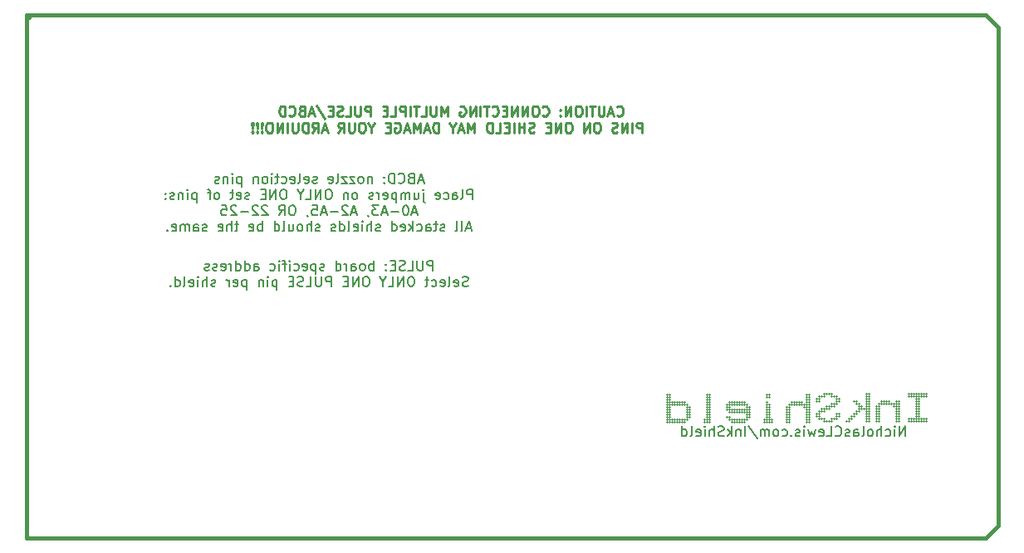
<source format=gbo>
G04 (created by PCBNEW-RS274X (2010-12-23 BZR 2684)-stable) date 10/9/2011 1:25:49 PM*
G01*
G70*
G90*
%MOIN*%
G04 Gerber Fmt 3.4, Leading zero omitted, Abs format*
%FSLAX34Y34*%
G04 APERTURE LIST*
%ADD10C,0.006000*%
%ADD11C,0.008000*%
%ADD12C,0.010000*%
%ADD13C,0.015000*%
%ADD14C,0.086000*%
%ADD15C,0.075000*%
%ADD16C,0.080000*%
%ADD17R,0.080000X0.080000*%
%ADD18O,0.080000X0.120000*%
%ADD19R,0.082000X0.110000*%
%ADD20O,0.082000X0.110000*%
%ADD21C,0.090000*%
%ADD22R,0.090000X0.090000*%
%ADD23R,0.083000X0.083000*%
%ADD24C,0.083000*%
%ADD25C,0.085000*%
G04 APERTURE END LIST*
G54D10*
G54D11*
X70126Y-49362D02*
X70126Y-48962D01*
X69897Y-49362D01*
X69897Y-48962D01*
X69707Y-49362D02*
X69707Y-49095D01*
X69707Y-48962D02*
X69726Y-48981D01*
X69707Y-49000D01*
X69688Y-48981D01*
X69707Y-48962D01*
X69707Y-49000D01*
X69345Y-49343D02*
X69383Y-49362D01*
X69460Y-49362D01*
X69498Y-49343D01*
X69517Y-49324D01*
X69536Y-49286D01*
X69536Y-49171D01*
X69517Y-49133D01*
X69498Y-49114D01*
X69460Y-49095D01*
X69383Y-49095D01*
X69345Y-49114D01*
X69174Y-49362D02*
X69174Y-48962D01*
X69002Y-49362D02*
X69002Y-49152D01*
X69021Y-49114D01*
X69059Y-49095D01*
X69117Y-49095D01*
X69155Y-49114D01*
X69174Y-49133D01*
X68755Y-49362D02*
X68793Y-49343D01*
X68812Y-49324D01*
X68831Y-49286D01*
X68831Y-49171D01*
X68812Y-49133D01*
X68793Y-49114D01*
X68755Y-49095D01*
X68697Y-49095D01*
X68659Y-49114D01*
X68640Y-49133D01*
X68621Y-49171D01*
X68621Y-49286D01*
X68640Y-49324D01*
X68659Y-49343D01*
X68697Y-49362D01*
X68755Y-49362D01*
X68393Y-49362D02*
X68431Y-49343D01*
X68450Y-49305D01*
X68450Y-48962D01*
X68068Y-49362D02*
X68068Y-49152D01*
X68087Y-49114D01*
X68125Y-49095D01*
X68202Y-49095D01*
X68240Y-49114D01*
X68068Y-49343D02*
X68106Y-49362D01*
X68202Y-49362D01*
X68240Y-49343D01*
X68259Y-49305D01*
X68259Y-49267D01*
X68240Y-49229D01*
X68202Y-49210D01*
X68106Y-49210D01*
X68068Y-49190D01*
X67897Y-49343D02*
X67859Y-49362D01*
X67783Y-49362D01*
X67744Y-49343D01*
X67725Y-49305D01*
X67725Y-49286D01*
X67744Y-49248D01*
X67783Y-49229D01*
X67840Y-49229D01*
X67878Y-49210D01*
X67897Y-49171D01*
X67897Y-49152D01*
X67878Y-49114D01*
X67840Y-49095D01*
X67783Y-49095D01*
X67744Y-49114D01*
X67325Y-49324D02*
X67344Y-49343D01*
X67401Y-49362D01*
X67439Y-49362D01*
X67497Y-49343D01*
X67535Y-49305D01*
X67554Y-49267D01*
X67573Y-49190D01*
X67573Y-49133D01*
X67554Y-49057D01*
X67535Y-49019D01*
X67497Y-48981D01*
X67439Y-48962D01*
X67401Y-48962D01*
X67344Y-48981D01*
X67325Y-49000D01*
X66963Y-49362D02*
X67154Y-49362D01*
X67154Y-48962D01*
X66677Y-49343D02*
X66715Y-49362D01*
X66792Y-49362D01*
X66830Y-49343D01*
X66849Y-49305D01*
X66849Y-49152D01*
X66830Y-49114D01*
X66792Y-49095D01*
X66715Y-49095D01*
X66677Y-49114D01*
X66658Y-49152D01*
X66658Y-49190D01*
X66849Y-49229D01*
X66525Y-49095D02*
X66449Y-49362D01*
X66372Y-49171D01*
X66296Y-49362D01*
X66220Y-49095D01*
X66068Y-49362D02*
X66068Y-49095D01*
X66068Y-48962D02*
X66087Y-48981D01*
X66068Y-49000D01*
X66049Y-48981D01*
X66068Y-48962D01*
X66068Y-49000D01*
X65897Y-49343D02*
X65859Y-49362D01*
X65783Y-49362D01*
X65744Y-49343D01*
X65725Y-49305D01*
X65725Y-49286D01*
X65744Y-49248D01*
X65783Y-49229D01*
X65840Y-49229D01*
X65878Y-49210D01*
X65897Y-49171D01*
X65897Y-49152D01*
X65878Y-49114D01*
X65840Y-49095D01*
X65783Y-49095D01*
X65744Y-49114D01*
X65554Y-49324D02*
X65535Y-49343D01*
X65554Y-49362D01*
X65573Y-49343D01*
X65554Y-49324D01*
X65554Y-49362D01*
X65192Y-49343D02*
X65230Y-49362D01*
X65307Y-49362D01*
X65345Y-49343D01*
X65364Y-49324D01*
X65383Y-49286D01*
X65383Y-49171D01*
X65364Y-49133D01*
X65345Y-49114D01*
X65307Y-49095D01*
X65230Y-49095D01*
X65192Y-49114D01*
X64964Y-49362D02*
X65002Y-49343D01*
X65021Y-49324D01*
X65040Y-49286D01*
X65040Y-49171D01*
X65021Y-49133D01*
X65002Y-49114D01*
X64964Y-49095D01*
X64906Y-49095D01*
X64868Y-49114D01*
X64849Y-49133D01*
X64830Y-49171D01*
X64830Y-49286D01*
X64849Y-49324D01*
X64868Y-49343D01*
X64906Y-49362D01*
X64964Y-49362D01*
X64659Y-49362D02*
X64659Y-49095D01*
X64659Y-49133D02*
X64640Y-49114D01*
X64602Y-49095D01*
X64544Y-49095D01*
X64506Y-49114D01*
X64487Y-49152D01*
X64487Y-49362D01*
X64487Y-49152D02*
X64468Y-49114D01*
X64430Y-49095D01*
X64373Y-49095D01*
X64335Y-49114D01*
X64316Y-49152D01*
X64316Y-49362D01*
X63840Y-48943D02*
X64183Y-49457D01*
X63707Y-49362D02*
X63707Y-48962D01*
X63517Y-49095D02*
X63517Y-49362D01*
X63517Y-49133D02*
X63498Y-49114D01*
X63460Y-49095D01*
X63402Y-49095D01*
X63364Y-49114D01*
X63345Y-49152D01*
X63345Y-49362D01*
X63155Y-49362D02*
X63155Y-48962D01*
X63117Y-49210D02*
X63002Y-49362D01*
X63002Y-49095D02*
X63155Y-49248D01*
X62850Y-49343D02*
X62793Y-49362D01*
X62697Y-49362D01*
X62659Y-49343D01*
X62640Y-49324D01*
X62621Y-49286D01*
X62621Y-49248D01*
X62640Y-49210D01*
X62659Y-49190D01*
X62697Y-49171D01*
X62774Y-49152D01*
X62812Y-49133D01*
X62831Y-49114D01*
X62850Y-49076D01*
X62850Y-49038D01*
X62831Y-49000D01*
X62812Y-48981D01*
X62774Y-48962D01*
X62678Y-48962D01*
X62621Y-48981D01*
X62450Y-49362D02*
X62450Y-48962D01*
X62278Y-49362D02*
X62278Y-49152D01*
X62297Y-49114D01*
X62335Y-49095D01*
X62393Y-49095D01*
X62431Y-49114D01*
X62450Y-49133D01*
X62088Y-49362D02*
X62088Y-49095D01*
X62088Y-48962D02*
X62107Y-48981D01*
X62088Y-49000D01*
X62069Y-48981D01*
X62088Y-48962D01*
X62088Y-49000D01*
X61745Y-49343D02*
X61783Y-49362D01*
X61860Y-49362D01*
X61898Y-49343D01*
X61917Y-49305D01*
X61917Y-49152D01*
X61898Y-49114D01*
X61860Y-49095D01*
X61783Y-49095D01*
X61745Y-49114D01*
X61726Y-49152D01*
X61726Y-49190D01*
X61917Y-49229D01*
X61498Y-49362D02*
X61536Y-49343D01*
X61555Y-49305D01*
X61555Y-48962D01*
X61173Y-49362D02*
X61173Y-48962D01*
X61173Y-49343D02*
X61211Y-49362D01*
X61288Y-49362D01*
X61326Y-49343D01*
X61345Y-49324D01*
X61364Y-49286D01*
X61364Y-49171D01*
X61345Y-49133D01*
X61326Y-49114D01*
X61288Y-49095D01*
X61211Y-49095D01*
X61173Y-49114D01*
G54D12*
X58557Y-36474D02*
X58576Y-36493D01*
X58633Y-36512D01*
X58671Y-36512D01*
X58729Y-36493D01*
X58767Y-36455D01*
X58786Y-36417D01*
X58805Y-36340D01*
X58805Y-36283D01*
X58786Y-36207D01*
X58767Y-36169D01*
X58729Y-36131D01*
X58671Y-36112D01*
X58633Y-36112D01*
X58576Y-36131D01*
X58557Y-36150D01*
X58405Y-36398D02*
X58214Y-36398D01*
X58443Y-36512D02*
X58310Y-36112D01*
X58176Y-36512D01*
X58043Y-36112D02*
X58043Y-36436D01*
X58024Y-36474D01*
X58005Y-36493D01*
X57967Y-36512D01*
X57890Y-36512D01*
X57852Y-36493D01*
X57833Y-36474D01*
X57814Y-36436D01*
X57814Y-36112D01*
X57681Y-36112D02*
X57452Y-36112D01*
X57567Y-36512D02*
X57567Y-36112D01*
X57319Y-36512D02*
X57319Y-36112D01*
X57053Y-36112D02*
X56976Y-36112D01*
X56938Y-36131D01*
X56900Y-36169D01*
X56881Y-36245D01*
X56881Y-36379D01*
X56900Y-36455D01*
X56938Y-36493D01*
X56976Y-36512D01*
X57053Y-36512D01*
X57091Y-36493D01*
X57129Y-36455D01*
X57148Y-36379D01*
X57148Y-36245D01*
X57129Y-36169D01*
X57091Y-36131D01*
X57053Y-36112D01*
X56710Y-36512D02*
X56710Y-36112D01*
X56481Y-36512D01*
X56481Y-36112D01*
X56291Y-36474D02*
X56272Y-36493D01*
X56291Y-36512D01*
X56310Y-36493D01*
X56291Y-36474D01*
X56291Y-36512D01*
X56291Y-36264D02*
X56272Y-36283D01*
X56291Y-36302D01*
X56310Y-36283D01*
X56291Y-36264D01*
X56291Y-36302D01*
X55567Y-36474D02*
X55586Y-36493D01*
X55643Y-36512D01*
X55681Y-36512D01*
X55739Y-36493D01*
X55777Y-36455D01*
X55796Y-36417D01*
X55815Y-36340D01*
X55815Y-36283D01*
X55796Y-36207D01*
X55777Y-36169D01*
X55739Y-36131D01*
X55681Y-36112D01*
X55643Y-36112D01*
X55586Y-36131D01*
X55567Y-36150D01*
X55320Y-36112D02*
X55243Y-36112D01*
X55205Y-36131D01*
X55167Y-36169D01*
X55148Y-36245D01*
X55148Y-36379D01*
X55167Y-36455D01*
X55205Y-36493D01*
X55243Y-36512D01*
X55320Y-36512D01*
X55358Y-36493D01*
X55396Y-36455D01*
X55415Y-36379D01*
X55415Y-36245D01*
X55396Y-36169D01*
X55358Y-36131D01*
X55320Y-36112D01*
X54977Y-36512D02*
X54977Y-36112D01*
X54748Y-36512D01*
X54748Y-36112D01*
X54558Y-36512D02*
X54558Y-36112D01*
X54329Y-36512D01*
X54329Y-36112D01*
X54139Y-36302D02*
X54005Y-36302D01*
X53948Y-36512D02*
X54139Y-36512D01*
X54139Y-36112D01*
X53948Y-36112D01*
X53548Y-36474D02*
X53567Y-36493D01*
X53624Y-36512D01*
X53662Y-36512D01*
X53720Y-36493D01*
X53758Y-36455D01*
X53777Y-36417D01*
X53796Y-36340D01*
X53796Y-36283D01*
X53777Y-36207D01*
X53758Y-36169D01*
X53720Y-36131D01*
X53662Y-36112D01*
X53624Y-36112D01*
X53567Y-36131D01*
X53548Y-36150D01*
X53434Y-36112D02*
X53205Y-36112D01*
X53320Y-36512D02*
X53320Y-36112D01*
X53072Y-36512D02*
X53072Y-36112D01*
X52882Y-36512D02*
X52882Y-36112D01*
X52653Y-36512D01*
X52653Y-36112D01*
X52253Y-36131D02*
X52291Y-36112D01*
X52348Y-36112D01*
X52406Y-36131D01*
X52444Y-36169D01*
X52463Y-36207D01*
X52482Y-36283D01*
X52482Y-36340D01*
X52463Y-36417D01*
X52444Y-36455D01*
X52406Y-36493D01*
X52348Y-36512D01*
X52310Y-36512D01*
X52253Y-36493D01*
X52234Y-36474D01*
X52234Y-36340D01*
X52310Y-36340D01*
X51758Y-36512D02*
X51758Y-36112D01*
X51624Y-36398D01*
X51491Y-36112D01*
X51491Y-36512D01*
X51301Y-36112D02*
X51301Y-36436D01*
X51282Y-36474D01*
X51263Y-36493D01*
X51225Y-36512D01*
X51148Y-36512D01*
X51110Y-36493D01*
X51091Y-36474D01*
X51072Y-36436D01*
X51072Y-36112D01*
X50691Y-36512D02*
X50882Y-36512D01*
X50882Y-36112D01*
X50615Y-36112D02*
X50386Y-36112D01*
X50501Y-36512D02*
X50501Y-36112D01*
X50253Y-36512D02*
X50253Y-36112D01*
X50063Y-36512D02*
X50063Y-36112D01*
X49910Y-36112D01*
X49872Y-36131D01*
X49853Y-36150D01*
X49834Y-36188D01*
X49834Y-36245D01*
X49853Y-36283D01*
X49872Y-36302D01*
X49910Y-36321D01*
X50063Y-36321D01*
X49472Y-36512D02*
X49663Y-36512D01*
X49663Y-36112D01*
X49339Y-36302D02*
X49205Y-36302D01*
X49148Y-36512D02*
X49339Y-36512D01*
X49339Y-36112D01*
X49148Y-36112D01*
X48672Y-36512D02*
X48672Y-36112D01*
X48519Y-36112D01*
X48481Y-36131D01*
X48462Y-36150D01*
X48443Y-36188D01*
X48443Y-36245D01*
X48462Y-36283D01*
X48481Y-36302D01*
X48519Y-36321D01*
X48672Y-36321D01*
X48272Y-36112D02*
X48272Y-36436D01*
X48253Y-36474D01*
X48234Y-36493D01*
X48196Y-36512D01*
X48119Y-36512D01*
X48081Y-36493D01*
X48062Y-36474D01*
X48043Y-36436D01*
X48043Y-36112D01*
X47662Y-36512D02*
X47853Y-36512D01*
X47853Y-36112D01*
X47548Y-36493D02*
X47491Y-36512D01*
X47395Y-36512D01*
X47357Y-36493D01*
X47338Y-36474D01*
X47319Y-36436D01*
X47319Y-36398D01*
X47338Y-36360D01*
X47357Y-36340D01*
X47395Y-36321D01*
X47472Y-36302D01*
X47510Y-36283D01*
X47529Y-36264D01*
X47548Y-36226D01*
X47548Y-36188D01*
X47529Y-36150D01*
X47510Y-36131D01*
X47472Y-36112D01*
X47376Y-36112D01*
X47319Y-36131D01*
X47148Y-36302D02*
X47014Y-36302D01*
X46957Y-36512D02*
X47148Y-36512D01*
X47148Y-36112D01*
X46957Y-36112D01*
X46500Y-36093D02*
X46843Y-36607D01*
X46386Y-36398D02*
X46195Y-36398D01*
X46424Y-36512D02*
X46291Y-36112D01*
X46157Y-36512D01*
X45890Y-36302D02*
X45833Y-36321D01*
X45814Y-36340D01*
X45795Y-36379D01*
X45795Y-36436D01*
X45814Y-36474D01*
X45833Y-36493D01*
X45871Y-36512D01*
X46024Y-36512D01*
X46024Y-36112D01*
X45890Y-36112D01*
X45852Y-36131D01*
X45833Y-36150D01*
X45814Y-36188D01*
X45814Y-36226D01*
X45833Y-36264D01*
X45852Y-36283D01*
X45890Y-36302D01*
X46024Y-36302D01*
X45395Y-36474D02*
X45414Y-36493D01*
X45471Y-36512D01*
X45509Y-36512D01*
X45567Y-36493D01*
X45605Y-36455D01*
X45624Y-36417D01*
X45643Y-36340D01*
X45643Y-36283D01*
X45624Y-36207D01*
X45605Y-36169D01*
X45567Y-36131D01*
X45509Y-36112D01*
X45471Y-36112D01*
X45414Y-36131D01*
X45395Y-36150D01*
X45224Y-36512D02*
X45224Y-36112D01*
X45129Y-36112D01*
X45071Y-36131D01*
X45033Y-36169D01*
X45014Y-36207D01*
X44995Y-36283D01*
X44995Y-36340D01*
X45014Y-36417D01*
X45033Y-36455D01*
X45071Y-36493D01*
X45129Y-36512D01*
X45224Y-36512D01*
X59566Y-37172D02*
X59566Y-36772D01*
X59413Y-36772D01*
X59375Y-36791D01*
X59356Y-36810D01*
X59337Y-36848D01*
X59337Y-36905D01*
X59356Y-36943D01*
X59375Y-36962D01*
X59413Y-36981D01*
X59566Y-36981D01*
X59166Y-37172D02*
X59166Y-36772D01*
X58976Y-37172D02*
X58976Y-36772D01*
X58747Y-37172D01*
X58747Y-36772D01*
X58576Y-37153D02*
X58519Y-37172D01*
X58423Y-37172D01*
X58385Y-37153D01*
X58366Y-37134D01*
X58347Y-37096D01*
X58347Y-37058D01*
X58366Y-37020D01*
X58385Y-37000D01*
X58423Y-36981D01*
X58500Y-36962D01*
X58538Y-36943D01*
X58557Y-36924D01*
X58576Y-36886D01*
X58576Y-36848D01*
X58557Y-36810D01*
X58538Y-36791D01*
X58500Y-36772D01*
X58404Y-36772D01*
X58347Y-36791D01*
X57795Y-36772D02*
X57718Y-36772D01*
X57680Y-36791D01*
X57642Y-36829D01*
X57623Y-36905D01*
X57623Y-37039D01*
X57642Y-37115D01*
X57680Y-37153D01*
X57718Y-37172D01*
X57795Y-37172D01*
X57833Y-37153D01*
X57871Y-37115D01*
X57890Y-37039D01*
X57890Y-36905D01*
X57871Y-36829D01*
X57833Y-36791D01*
X57795Y-36772D01*
X57452Y-37172D02*
X57452Y-36772D01*
X57223Y-37172D01*
X57223Y-36772D01*
X56652Y-36772D02*
X56575Y-36772D01*
X56537Y-36791D01*
X56499Y-36829D01*
X56480Y-36905D01*
X56480Y-37039D01*
X56499Y-37115D01*
X56537Y-37153D01*
X56575Y-37172D01*
X56652Y-37172D01*
X56690Y-37153D01*
X56728Y-37115D01*
X56747Y-37039D01*
X56747Y-36905D01*
X56728Y-36829D01*
X56690Y-36791D01*
X56652Y-36772D01*
X56309Y-37172D02*
X56309Y-36772D01*
X56080Y-37172D01*
X56080Y-36772D01*
X55890Y-36962D02*
X55756Y-36962D01*
X55699Y-37172D02*
X55890Y-37172D01*
X55890Y-36772D01*
X55699Y-36772D01*
X55242Y-37153D02*
X55185Y-37172D01*
X55089Y-37172D01*
X55051Y-37153D01*
X55032Y-37134D01*
X55013Y-37096D01*
X55013Y-37058D01*
X55032Y-37020D01*
X55051Y-37000D01*
X55089Y-36981D01*
X55166Y-36962D01*
X55204Y-36943D01*
X55223Y-36924D01*
X55242Y-36886D01*
X55242Y-36848D01*
X55223Y-36810D01*
X55204Y-36791D01*
X55166Y-36772D01*
X55070Y-36772D01*
X55013Y-36791D01*
X54842Y-37172D02*
X54842Y-36772D01*
X54842Y-36962D02*
X54613Y-36962D01*
X54613Y-37172D02*
X54613Y-36772D01*
X54423Y-37172D02*
X54423Y-36772D01*
X54233Y-36962D02*
X54099Y-36962D01*
X54042Y-37172D02*
X54233Y-37172D01*
X54233Y-36772D01*
X54042Y-36772D01*
X53680Y-37172D02*
X53871Y-37172D01*
X53871Y-36772D01*
X53547Y-37172D02*
X53547Y-36772D01*
X53452Y-36772D01*
X53394Y-36791D01*
X53356Y-36829D01*
X53337Y-36867D01*
X53318Y-36943D01*
X53318Y-37000D01*
X53337Y-37077D01*
X53356Y-37115D01*
X53394Y-37153D01*
X53452Y-37172D01*
X53547Y-37172D01*
X52842Y-37172D02*
X52842Y-36772D01*
X52708Y-37058D01*
X52575Y-36772D01*
X52575Y-37172D01*
X52404Y-37058D02*
X52213Y-37058D01*
X52442Y-37172D02*
X52309Y-36772D01*
X52175Y-37172D01*
X51966Y-36981D02*
X51966Y-37172D01*
X52099Y-36772D02*
X51966Y-36981D01*
X51832Y-36772D01*
X51394Y-37172D02*
X51394Y-36772D01*
X51299Y-36772D01*
X51241Y-36791D01*
X51203Y-36829D01*
X51184Y-36867D01*
X51165Y-36943D01*
X51165Y-37000D01*
X51184Y-37077D01*
X51203Y-37115D01*
X51241Y-37153D01*
X51299Y-37172D01*
X51394Y-37172D01*
X51013Y-37058D02*
X50822Y-37058D01*
X51051Y-37172D02*
X50918Y-36772D01*
X50784Y-37172D01*
X50651Y-37172D02*
X50651Y-36772D01*
X50517Y-37058D01*
X50384Y-36772D01*
X50384Y-37172D01*
X50213Y-37058D02*
X50022Y-37058D01*
X50251Y-37172D02*
X50118Y-36772D01*
X49984Y-37172D01*
X49641Y-36791D02*
X49679Y-36772D01*
X49736Y-36772D01*
X49794Y-36791D01*
X49832Y-36829D01*
X49851Y-36867D01*
X49870Y-36943D01*
X49870Y-37000D01*
X49851Y-37077D01*
X49832Y-37115D01*
X49794Y-37153D01*
X49736Y-37172D01*
X49698Y-37172D01*
X49641Y-37153D01*
X49622Y-37134D01*
X49622Y-37000D01*
X49698Y-37000D01*
X49451Y-36962D02*
X49317Y-36962D01*
X49260Y-37172D02*
X49451Y-37172D01*
X49451Y-36772D01*
X49260Y-36772D01*
X48708Y-36981D02*
X48708Y-37172D01*
X48841Y-36772D02*
X48708Y-36981D01*
X48574Y-36772D01*
X48365Y-36772D02*
X48288Y-36772D01*
X48250Y-36791D01*
X48212Y-36829D01*
X48193Y-36905D01*
X48193Y-37039D01*
X48212Y-37115D01*
X48250Y-37153D01*
X48288Y-37172D01*
X48365Y-37172D01*
X48403Y-37153D01*
X48441Y-37115D01*
X48460Y-37039D01*
X48460Y-36905D01*
X48441Y-36829D01*
X48403Y-36791D01*
X48365Y-36772D01*
X48022Y-36772D02*
X48022Y-37096D01*
X48003Y-37134D01*
X47984Y-37153D01*
X47946Y-37172D01*
X47869Y-37172D01*
X47831Y-37153D01*
X47812Y-37134D01*
X47793Y-37096D01*
X47793Y-36772D01*
X47374Y-37172D02*
X47508Y-36981D01*
X47603Y-37172D02*
X47603Y-36772D01*
X47450Y-36772D01*
X47412Y-36791D01*
X47393Y-36810D01*
X47374Y-36848D01*
X47374Y-36905D01*
X47393Y-36943D01*
X47412Y-36962D01*
X47450Y-36981D01*
X47603Y-36981D01*
X46917Y-37058D02*
X46726Y-37058D01*
X46955Y-37172D02*
X46822Y-36772D01*
X46688Y-37172D01*
X46326Y-37172D02*
X46460Y-36981D01*
X46555Y-37172D02*
X46555Y-36772D01*
X46402Y-36772D01*
X46364Y-36791D01*
X46345Y-36810D01*
X46326Y-36848D01*
X46326Y-36905D01*
X46345Y-36943D01*
X46364Y-36962D01*
X46402Y-36981D01*
X46555Y-36981D01*
X46155Y-37172D02*
X46155Y-36772D01*
X46060Y-36772D01*
X46002Y-36791D01*
X45964Y-36829D01*
X45945Y-36867D01*
X45926Y-36943D01*
X45926Y-37000D01*
X45945Y-37077D01*
X45964Y-37115D01*
X46002Y-37153D01*
X46060Y-37172D01*
X46155Y-37172D01*
X45755Y-36772D02*
X45755Y-37096D01*
X45736Y-37134D01*
X45717Y-37153D01*
X45679Y-37172D01*
X45602Y-37172D01*
X45564Y-37153D01*
X45545Y-37134D01*
X45526Y-37096D01*
X45526Y-36772D01*
X45336Y-37172D02*
X45336Y-36772D01*
X45146Y-37172D02*
X45146Y-36772D01*
X44917Y-37172D01*
X44917Y-36772D01*
X44651Y-36772D02*
X44574Y-36772D01*
X44536Y-36791D01*
X44498Y-36829D01*
X44479Y-36905D01*
X44479Y-37039D01*
X44498Y-37115D01*
X44536Y-37153D01*
X44574Y-37172D01*
X44651Y-37172D01*
X44689Y-37153D01*
X44727Y-37115D01*
X44746Y-37039D01*
X44746Y-36905D01*
X44727Y-36829D01*
X44689Y-36791D01*
X44651Y-36772D01*
X44308Y-37134D02*
X44289Y-37153D01*
X44308Y-37172D01*
X44327Y-37153D01*
X44308Y-37134D01*
X44308Y-37172D01*
X44308Y-37020D02*
X44327Y-36791D01*
X44308Y-36772D01*
X44289Y-36791D01*
X44308Y-37020D01*
X44308Y-36772D01*
X44118Y-37134D02*
X44099Y-37153D01*
X44118Y-37172D01*
X44137Y-37153D01*
X44118Y-37134D01*
X44118Y-37172D01*
X44118Y-37020D02*
X44137Y-36791D01*
X44118Y-36772D01*
X44099Y-36791D01*
X44118Y-37020D01*
X44118Y-36772D01*
X43928Y-37134D02*
X43909Y-37153D01*
X43928Y-37172D01*
X43947Y-37153D01*
X43928Y-37134D01*
X43928Y-37172D01*
X43928Y-37020D02*
X43947Y-36791D01*
X43928Y-36772D01*
X43909Y-36791D01*
X43928Y-37020D01*
X43928Y-36772D01*
G54D11*
X51173Y-42712D02*
X51173Y-42312D01*
X51020Y-42312D01*
X50982Y-42331D01*
X50963Y-42350D01*
X50944Y-42388D01*
X50944Y-42445D01*
X50963Y-42483D01*
X50982Y-42502D01*
X51020Y-42521D01*
X51173Y-42521D01*
X50773Y-42312D02*
X50773Y-42636D01*
X50754Y-42674D01*
X50735Y-42693D01*
X50697Y-42712D01*
X50620Y-42712D01*
X50582Y-42693D01*
X50563Y-42674D01*
X50544Y-42636D01*
X50544Y-42312D01*
X50163Y-42712D02*
X50354Y-42712D01*
X50354Y-42312D01*
X50049Y-42693D02*
X49992Y-42712D01*
X49896Y-42712D01*
X49858Y-42693D01*
X49839Y-42674D01*
X49820Y-42636D01*
X49820Y-42598D01*
X49839Y-42560D01*
X49858Y-42540D01*
X49896Y-42521D01*
X49973Y-42502D01*
X50011Y-42483D01*
X50030Y-42464D01*
X50049Y-42426D01*
X50049Y-42388D01*
X50030Y-42350D01*
X50011Y-42331D01*
X49973Y-42312D01*
X49877Y-42312D01*
X49820Y-42331D01*
X49649Y-42502D02*
X49515Y-42502D01*
X49458Y-42712D02*
X49649Y-42712D01*
X49649Y-42312D01*
X49458Y-42312D01*
X49287Y-42674D02*
X49268Y-42693D01*
X49287Y-42712D01*
X49306Y-42693D01*
X49287Y-42674D01*
X49287Y-42712D01*
X49287Y-42464D02*
X49268Y-42483D01*
X49287Y-42502D01*
X49306Y-42483D01*
X49287Y-42464D01*
X49287Y-42502D01*
X48792Y-42712D02*
X48792Y-42312D01*
X48792Y-42464D02*
X48754Y-42445D01*
X48677Y-42445D01*
X48639Y-42464D01*
X48620Y-42483D01*
X48601Y-42521D01*
X48601Y-42636D01*
X48620Y-42674D01*
X48639Y-42693D01*
X48677Y-42712D01*
X48754Y-42712D01*
X48792Y-42693D01*
X48373Y-42712D02*
X48411Y-42693D01*
X48430Y-42674D01*
X48449Y-42636D01*
X48449Y-42521D01*
X48430Y-42483D01*
X48411Y-42464D01*
X48373Y-42445D01*
X48315Y-42445D01*
X48277Y-42464D01*
X48258Y-42483D01*
X48239Y-42521D01*
X48239Y-42636D01*
X48258Y-42674D01*
X48277Y-42693D01*
X48315Y-42712D01*
X48373Y-42712D01*
X47896Y-42712D02*
X47896Y-42502D01*
X47915Y-42464D01*
X47953Y-42445D01*
X48030Y-42445D01*
X48068Y-42464D01*
X47896Y-42693D02*
X47934Y-42712D01*
X48030Y-42712D01*
X48068Y-42693D01*
X48087Y-42655D01*
X48087Y-42617D01*
X48068Y-42579D01*
X48030Y-42560D01*
X47934Y-42560D01*
X47896Y-42540D01*
X47706Y-42712D02*
X47706Y-42445D01*
X47706Y-42521D02*
X47687Y-42483D01*
X47668Y-42464D01*
X47630Y-42445D01*
X47591Y-42445D01*
X47286Y-42712D02*
X47286Y-42312D01*
X47286Y-42693D02*
X47324Y-42712D01*
X47401Y-42712D01*
X47439Y-42693D01*
X47458Y-42674D01*
X47477Y-42636D01*
X47477Y-42521D01*
X47458Y-42483D01*
X47439Y-42464D01*
X47401Y-42445D01*
X47324Y-42445D01*
X47286Y-42464D01*
X46810Y-42693D02*
X46772Y-42712D01*
X46696Y-42712D01*
X46657Y-42693D01*
X46638Y-42655D01*
X46638Y-42636D01*
X46657Y-42598D01*
X46696Y-42579D01*
X46753Y-42579D01*
X46791Y-42560D01*
X46810Y-42521D01*
X46810Y-42502D01*
X46791Y-42464D01*
X46753Y-42445D01*
X46696Y-42445D01*
X46657Y-42464D01*
X46467Y-42445D02*
X46467Y-42845D01*
X46467Y-42464D02*
X46429Y-42445D01*
X46352Y-42445D01*
X46314Y-42464D01*
X46295Y-42483D01*
X46276Y-42521D01*
X46276Y-42636D01*
X46295Y-42674D01*
X46314Y-42693D01*
X46352Y-42712D01*
X46429Y-42712D01*
X46467Y-42693D01*
X45952Y-42693D02*
X45990Y-42712D01*
X46067Y-42712D01*
X46105Y-42693D01*
X46124Y-42655D01*
X46124Y-42502D01*
X46105Y-42464D01*
X46067Y-42445D01*
X45990Y-42445D01*
X45952Y-42464D01*
X45933Y-42502D01*
X45933Y-42540D01*
X46124Y-42579D01*
X45590Y-42693D02*
X45628Y-42712D01*
X45705Y-42712D01*
X45743Y-42693D01*
X45762Y-42674D01*
X45781Y-42636D01*
X45781Y-42521D01*
X45762Y-42483D01*
X45743Y-42464D01*
X45705Y-42445D01*
X45628Y-42445D01*
X45590Y-42464D01*
X45419Y-42712D02*
X45419Y-42445D01*
X45419Y-42312D02*
X45438Y-42331D01*
X45419Y-42350D01*
X45400Y-42331D01*
X45419Y-42312D01*
X45419Y-42350D01*
X45286Y-42445D02*
X45134Y-42445D01*
X45229Y-42712D02*
X45229Y-42369D01*
X45210Y-42331D01*
X45172Y-42312D01*
X45134Y-42312D01*
X45000Y-42712D02*
X45000Y-42445D01*
X45000Y-42312D02*
X45019Y-42331D01*
X45000Y-42350D01*
X44981Y-42331D01*
X45000Y-42312D01*
X45000Y-42350D01*
X44638Y-42693D02*
X44676Y-42712D01*
X44753Y-42712D01*
X44791Y-42693D01*
X44810Y-42674D01*
X44829Y-42636D01*
X44829Y-42521D01*
X44810Y-42483D01*
X44791Y-42464D01*
X44753Y-42445D01*
X44676Y-42445D01*
X44638Y-42464D01*
X43990Y-42712D02*
X43990Y-42502D01*
X44009Y-42464D01*
X44047Y-42445D01*
X44124Y-42445D01*
X44162Y-42464D01*
X43990Y-42693D02*
X44028Y-42712D01*
X44124Y-42712D01*
X44162Y-42693D01*
X44181Y-42655D01*
X44181Y-42617D01*
X44162Y-42579D01*
X44124Y-42560D01*
X44028Y-42560D01*
X43990Y-42540D01*
X43628Y-42712D02*
X43628Y-42312D01*
X43628Y-42693D02*
X43666Y-42712D01*
X43743Y-42712D01*
X43781Y-42693D01*
X43800Y-42674D01*
X43819Y-42636D01*
X43819Y-42521D01*
X43800Y-42483D01*
X43781Y-42464D01*
X43743Y-42445D01*
X43666Y-42445D01*
X43628Y-42464D01*
X43266Y-42712D02*
X43266Y-42312D01*
X43266Y-42693D02*
X43304Y-42712D01*
X43381Y-42712D01*
X43419Y-42693D01*
X43438Y-42674D01*
X43457Y-42636D01*
X43457Y-42521D01*
X43438Y-42483D01*
X43419Y-42464D01*
X43381Y-42445D01*
X43304Y-42445D01*
X43266Y-42464D01*
X43076Y-42712D02*
X43076Y-42445D01*
X43076Y-42521D02*
X43057Y-42483D01*
X43038Y-42464D01*
X43000Y-42445D01*
X42961Y-42445D01*
X42675Y-42693D02*
X42713Y-42712D01*
X42790Y-42712D01*
X42828Y-42693D01*
X42847Y-42655D01*
X42847Y-42502D01*
X42828Y-42464D01*
X42790Y-42445D01*
X42713Y-42445D01*
X42675Y-42464D01*
X42656Y-42502D01*
X42656Y-42540D01*
X42847Y-42579D01*
X42504Y-42693D02*
X42466Y-42712D01*
X42390Y-42712D01*
X42351Y-42693D01*
X42332Y-42655D01*
X42332Y-42636D01*
X42351Y-42598D01*
X42390Y-42579D01*
X42447Y-42579D01*
X42485Y-42560D01*
X42504Y-42521D01*
X42504Y-42502D01*
X42485Y-42464D01*
X42447Y-42445D01*
X42390Y-42445D01*
X42351Y-42464D01*
X42180Y-42693D02*
X42142Y-42712D01*
X42066Y-42712D01*
X42027Y-42693D01*
X42008Y-42655D01*
X42008Y-42636D01*
X42027Y-42598D01*
X42066Y-42579D01*
X42123Y-42579D01*
X42161Y-42560D01*
X42180Y-42521D01*
X42180Y-42502D01*
X42161Y-42464D01*
X42123Y-42445D01*
X42066Y-42445D01*
X42027Y-42464D01*
X52583Y-43333D02*
X52526Y-43352D01*
X52430Y-43352D01*
X52392Y-43333D01*
X52373Y-43314D01*
X52354Y-43276D01*
X52354Y-43238D01*
X52373Y-43200D01*
X52392Y-43180D01*
X52430Y-43161D01*
X52507Y-43142D01*
X52545Y-43123D01*
X52564Y-43104D01*
X52583Y-43066D01*
X52583Y-43028D01*
X52564Y-42990D01*
X52545Y-42971D01*
X52507Y-42952D01*
X52411Y-42952D01*
X52354Y-42971D01*
X52030Y-43333D02*
X52068Y-43352D01*
X52145Y-43352D01*
X52183Y-43333D01*
X52202Y-43295D01*
X52202Y-43142D01*
X52183Y-43104D01*
X52145Y-43085D01*
X52068Y-43085D01*
X52030Y-43104D01*
X52011Y-43142D01*
X52011Y-43180D01*
X52202Y-43219D01*
X51783Y-43352D02*
X51821Y-43333D01*
X51840Y-43295D01*
X51840Y-42952D01*
X51477Y-43333D02*
X51515Y-43352D01*
X51592Y-43352D01*
X51630Y-43333D01*
X51649Y-43295D01*
X51649Y-43142D01*
X51630Y-43104D01*
X51592Y-43085D01*
X51515Y-43085D01*
X51477Y-43104D01*
X51458Y-43142D01*
X51458Y-43180D01*
X51649Y-43219D01*
X51115Y-43333D02*
X51153Y-43352D01*
X51230Y-43352D01*
X51268Y-43333D01*
X51287Y-43314D01*
X51306Y-43276D01*
X51306Y-43161D01*
X51287Y-43123D01*
X51268Y-43104D01*
X51230Y-43085D01*
X51153Y-43085D01*
X51115Y-43104D01*
X51001Y-43085D02*
X50849Y-43085D01*
X50944Y-42952D02*
X50944Y-43295D01*
X50925Y-43333D01*
X50887Y-43352D01*
X50849Y-43352D01*
X50334Y-42952D02*
X50257Y-42952D01*
X50219Y-42971D01*
X50181Y-43009D01*
X50162Y-43085D01*
X50162Y-43219D01*
X50181Y-43295D01*
X50219Y-43333D01*
X50257Y-43352D01*
X50334Y-43352D01*
X50372Y-43333D01*
X50410Y-43295D01*
X50429Y-43219D01*
X50429Y-43085D01*
X50410Y-43009D01*
X50372Y-42971D01*
X50334Y-42952D01*
X49991Y-43352D02*
X49991Y-42952D01*
X49762Y-43352D01*
X49762Y-42952D01*
X49381Y-43352D02*
X49572Y-43352D01*
X49572Y-42952D01*
X49172Y-43161D02*
X49172Y-43352D01*
X49305Y-42952D02*
X49172Y-43161D01*
X49038Y-42952D01*
X48524Y-42952D02*
X48447Y-42952D01*
X48409Y-42971D01*
X48371Y-43009D01*
X48352Y-43085D01*
X48352Y-43219D01*
X48371Y-43295D01*
X48409Y-43333D01*
X48447Y-43352D01*
X48524Y-43352D01*
X48562Y-43333D01*
X48600Y-43295D01*
X48619Y-43219D01*
X48619Y-43085D01*
X48600Y-43009D01*
X48562Y-42971D01*
X48524Y-42952D01*
X48181Y-43352D02*
X48181Y-42952D01*
X47952Y-43352D01*
X47952Y-42952D01*
X47762Y-43142D02*
X47628Y-43142D01*
X47571Y-43352D02*
X47762Y-43352D01*
X47762Y-42952D01*
X47571Y-42952D01*
X47095Y-43352D02*
X47095Y-42952D01*
X46942Y-42952D01*
X46904Y-42971D01*
X46885Y-42990D01*
X46866Y-43028D01*
X46866Y-43085D01*
X46885Y-43123D01*
X46904Y-43142D01*
X46942Y-43161D01*
X47095Y-43161D01*
X46695Y-42952D02*
X46695Y-43276D01*
X46676Y-43314D01*
X46657Y-43333D01*
X46619Y-43352D01*
X46542Y-43352D01*
X46504Y-43333D01*
X46485Y-43314D01*
X46466Y-43276D01*
X46466Y-42952D01*
X46085Y-43352D02*
X46276Y-43352D01*
X46276Y-42952D01*
X45971Y-43333D02*
X45914Y-43352D01*
X45818Y-43352D01*
X45780Y-43333D01*
X45761Y-43314D01*
X45742Y-43276D01*
X45742Y-43238D01*
X45761Y-43200D01*
X45780Y-43180D01*
X45818Y-43161D01*
X45895Y-43142D01*
X45933Y-43123D01*
X45952Y-43104D01*
X45971Y-43066D01*
X45971Y-43028D01*
X45952Y-42990D01*
X45933Y-42971D01*
X45895Y-42952D01*
X45799Y-42952D01*
X45742Y-42971D01*
X45571Y-43142D02*
X45437Y-43142D01*
X45380Y-43352D02*
X45571Y-43352D01*
X45571Y-42952D01*
X45380Y-42952D01*
X44904Y-43085D02*
X44904Y-43485D01*
X44904Y-43104D02*
X44866Y-43085D01*
X44789Y-43085D01*
X44751Y-43104D01*
X44732Y-43123D01*
X44713Y-43161D01*
X44713Y-43276D01*
X44732Y-43314D01*
X44751Y-43333D01*
X44789Y-43352D01*
X44866Y-43352D01*
X44904Y-43333D01*
X44542Y-43352D02*
X44542Y-43085D01*
X44542Y-42952D02*
X44561Y-42971D01*
X44542Y-42990D01*
X44523Y-42971D01*
X44542Y-42952D01*
X44542Y-42990D01*
X44352Y-43085D02*
X44352Y-43352D01*
X44352Y-43123D02*
X44333Y-43104D01*
X44295Y-43085D01*
X44237Y-43085D01*
X44199Y-43104D01*
X44180Y-43142D01*
X44180Y-43352D01*
X43685Y-43085D02*
X43685Y-43485D01*
X43685Y-43104D02*
X43647Y-43085D01*
X43570Y-43085D01*
X43532Y-43104D01*
X43513Y-43123D01*
X43494Y-43161D01*
X43494Y-43276D01*
X43513Y-43314D01*
X43532Y-43333D01*
X43570Y-43352D01*
X43647Y-43352D01*
X43685Y-43333D01*
X43170Y-43333D02*
X43208Y-43352D01*
X43285Y-43352D01*
X43323Y-43333D01*
X43342Y-43295D01*
X43342Y-43142D01*
X43323Y-43104D01*
X43285Y-43085D01*
X43208Y-43085D01*
X43170Y-43104D01*
X43151Y-43142D01*
X43151Y-43180D01*
X43342Y-43219D01*
X42980Y-43352D02*
X42980Y-43085D01*
X42980Y-43161D02*
X42961Y-43123D01*
X42942Y-43104D01*
X42904Y-43085D01*
X42865Y-43085D01*
X42446Y-43333D02*
X42408Y-43352D01*
X42332Y-43352D01*
X42293Y-43333D01*
X42274Y-43295D01*
X42274Y-43276D01*
X42293Y-43238D01*
X42332Y-43219D01*
X42389Y-43219D01*
X42427Y-43200D01*
X42446Y-43161D01*
X42446Y-43142D01*
X42427Y-43104D01*
X42389Y-43085D01*
X42332Y-43085D01*
X42293Y-43104D01*
X42103Y-43352D02*
X42103Y-42952D01*
X41931Y-43352D02*
X41931Y-43142D01*
X41950Y-43104D01*
X41988Y-43085D01*
X42046Y-43085D01*
X42084Y-43104D01*
X42103Y-43123D01*
X41741Y-43352D02*
X41741Y-43085D01*
X41741Y-42952D02*
X41760Y-42971D01*
X41741Y-42990D01*
X41722Y-42971D01*
X41741Y-42952D01*
X41741Y-42990D01*
X41398Y-43333D02*
X41436Y-43352D01*
X41513Y-43352D01*
X41551Y-43333D01*
X41570Y-43295D01*
X41570Y-43142D01*
X41551Y-43104D01*
X41513Y-43085D01*
X41436Y-43085D01*
X41398Y-43104D01*
X41379Y-43142D01*
X41379Y-43180D01*
X41570Y-43219D01*
X41151Y-43352D02*
X41189Y-43333D01*
X41208Y-43295D01*
X41208Y-42952D01*
X40826Y-43352D02*
X40826Y-42952D01*
X40826Y-43333D02*
X40864Y-43352D01*
X40941Y-43352D01*
X40979Y-43333D01*
X40998Y-43314D01*
X41017Y-43276D01*
X41017Y-43161D01*
X40998Y-43123D01*
X40979Y-43104D01*
X40941Y-43085D01*
X40864Y-43085D01*
X40826Y-43104D01*
X40636Y-43314D02*
X40617Y-43333D01*
X40636Y-43352D01*
X40655Y-43333D01*
X40636Y-43314D01*
X40636Y-43352D01*
X50782Y-39098D02*
X50591Y-39098D01*
X50820Y-39212D02*
X50687Y-38812D01*
X50553Y-39212D01*
X50286Y-39002D02*
X50229Y-39021D01*
X50210Y-39040D01*
X50191Y-39079D01*
X50191Y-39136D01*
X50210Y-39174D01*
X50229Y-39193D01*
X50267Y-39212D01*
X50420Y-39212D01*
X50420Y-38812D01*
X50286Y-38812D01*
X50248Y-38831D01*
X50229Y-38850D01*
X50210Y-38888D01*
X50210Y-38926D01*
X50229Y-38964D01*
X50248Y-38983D01*
X50286Y-39002D01*
X50420Y-39002D01*
X49791Y-39174D02*
X49810Y-39193D01*
X49867Y-39212D01*
X49905Y-39212D01*
X49963Y-39193D01*
X50001Y-39155D01*
X50020Y-39117D01*
X50039Y-39040D01*
X50039Y-38983D01*
X50020Y-38907D01*
X50001Y-38869D01*
X49963Y-38831D01*
X49905Y-38812D01*
X49867Y-38812D01*
X49810Y-38831D01*
X49791Y-38850D01*
X49620Y-39212D02*
X49620Y-38812D01*
X49525Y-38812D01*
X49467Y-38831D01*
X49429Y-38869D01*
X49410Y-38907D01*
X49391Y-38983D01*
X49391Y-39040D01*
X49410Y-39117D01*
X49429Y-39155D01*
X49467Y-39193D01*
X49525Y-39212D01*
X49620Y-39212D01*
X49220Y-39174D02*
X49201Y-39193D01*
X49220Y-39212D01*
X49239Y-39193D01*
X49220Y-39174D01*
X49220Y-39212D01*
X49220Y-38964D02*
X49201Y-38983D01*
X49220Y-39002D01*
X49239Y-38983D01*
X49220Y-38964D01*
X49220Y-39002D01*
X48725Y-38945D02*
X48725Y-39212D01*
X48725Y-38983D02*
X48706Y-38964D01*
X48668Y-38945D01*
X48610Y-38945D01*
X48572Y-38964D01*
X48553Y-39002D01*
X48553Y-39212D01*
X48306Y-39212D02*
X48344Y-39193D01*
X48363Y-39174D01*
X48382Y-39136D01*
X48382Y-39021D01*
X48363Y-38983D01*
X48344Y-38964D01*
X48306Y-38945D01*
X48248Y-38945D01*
X48210Y-38964D01*
X48191Y-38983D01*
X48172Y-39021D01*
X48172Y-39136D01*
X48191Y-39174D01*
X48210Y-39193D01*
X48248Y-39212D01*
X48306Y-39212D01*
X48039Y-38945D02*
X47829Y-38945D01*
X48039Y-39212D01*
X47829Y-39212D01*
X47715Y-38945D02*
X47505Y-38945D01*
X47715Y-39212D01*
X47505Y-39212D01*
X47296Y-39212D02*
X47334Y-39193D01*
X47353Y-39155D01*
X47353Y-38812D01*
X46990Y-39193D02*
X47028Y-39212D01*
X47105Y-39212D01*
X47143Y-39193D01*
X47162Y-39155D01*
X47162Y-39002D01*
X47143Y-38964D01*
X47105Y-38945D01*
X47028Y-38945D01*
X46990Y-38964D01*
X46971Y-39002D01*
X46971Y-39040D01*
X47162Y-39079D01*
X46514Y-39193D02*
X46476Y-39212D01*
X46400Y-39212D01*
X46361Y-39193D01*
X46342Y-39155D01*
X46342Y-39136D01*
X46361Y-39098D01*
X46400Y-39079D01*
X46457Y-39079D01*
X46495Y-39060D01*
X46514Y-39021D01*
X46514Y-39002D01*
X46495Y-38964D01*
X46457Y-38945D01*
X46400Y-38945D01*
X46361Y-38964D01*
X46018Y-39193D02*
X46056Y-39212D01*
X46133Y-39212D01*
X46171Y-39193D01*
X46190Y-39155D01*
X46190Y-39002D01*
X46171Y-38964D01*
X46133Y-38945D01*
X46056Y-38945D01*
X46018Y-38964D01*
X45999Y-39002D01*
X45999Y-39040D01*
X46190Y-39079D01*
X45771Y-39212D02*
X45809Y-39193D01*
X45828Y-39155D01*
X45828Y-38812D01*
X45465Y-39193D02*
X45503Y-39212D01*
X45580Y-39212D01*
X45618Y-39193D01*
X45637Y-39155D01*
X45637Y-39002D01*
X45618Y-38964D01*
X45580Y-38945D01*
X45503Y-38945D01*
X45465Y-38964D01*
X45446Y-39002D01*
X45446Y-39040D01*
X45637Y-39079D01*
X45103Y-39193D02*
X45141Y-39212D01*
X45218Y-39212D01*
X45256Y-39193D01*
X45275Y-39174D01*
X45294Y-39136D01*
X45294Y-39021D01*
X45275Y-38983D01*
X45256Y-38964D01*
X45218Y-38945D01*
X45141Y-38945D01*
X45103Y-38964D01*
X44989Y-38945D02*
X44837Y-38945D01*
X44932Y-38812D02*
X44932Y-39155D01*
X44913Y-39193D01*
X44875Y-39212D01*
X44837Y-39212D01*
X44703Y-39212D02*
X44703Y-38945D01*
X44703Y-38812D02*
X44722Y-38831D01*
X44703Y-38850D01*
X44684Y-38831D01*
X44703Y-38812D01*
X44703Y-38850D01*
X44456Y-39212D02*
X44494Y-39193D01*
X44513Y-39174D01*
X44532Y-39136D01*
X44532Y-39021D01*
X44513Y-38983D01*
X44494Y-38964D01*
X44456Y-38945D01*
X44398Y-38945D01*
X44360Y-38964D01*
X44341Y-38983D01*
X44322Y-39021D01*
X44322Y-39136D01*
X44341Y-39174D01*
X44360Y-39193D01*
X44398Y-39212D01*
X44456Y-39212D01*
X44151Y-38945D02*
X44151Y-39212D01*
X44151Y-38983D02*
X44132Y-38964D01*
X44094Y-38945D01*
X44036Y-38945D01*
X43998Y-38964D01*
X43979Y-39002D01*
X43979Y-39212D01*
X43484Y-38945D02*
X43484Y-39345D01*
X43484Y-38964D02*
X43446Y-38945D01*
X43369Y-38945D01*
X43331Y-38964D01*
X43312Y-38983D01*
X43293Y-39021D01*
X43293Y-39136D01*
X43312Y-39174D01*
X43331Y-39193D01*
X43369Y-39212D01*
X43446Y-39212D01*
X43484Y-39193D01*
X43122Y-39212D02*
X43122Y-38945D01*
X43122Y-38812D02*
X43141Y-38831D01*
X43122Y-38850D01*
X43103Y-38831D01*
X43122Y-38812D01*
X43122Y-38850D01*
X42932Y-38945D02*
X42932Y-39212D01*
X42932Y-38983D02*
X42913Y-38964D01*
X42875Y-38945D01*
X42817Y-38945D01*
X42779Y-38964D01*
X42760Y-39002D01*
X42760Y-39212D01*
X42589Y-39193D02*
X42551Y-39212D01*
X42475Y-39212D01*
X42436Y-39193D01*
X42417Y-39155D01*
X42417Y-39136D01*
X42436Y-39098D01*
X42475Y-39079D01*
X42532Y-39079D01*
X42570Y-39060D01*
X42589Y-39021D01*
X42589Y-39002D01*
X42570Y-38964D01*
X42532Y-38945D01*
X42475Y-38945D01*
X42436Y-38964D01*
X52754Y-39852D02*
X52754Y-39452D01*
X52601Y-39452D01*
X52563Y-39471D01*
X52544Y-39490D01*
X52525Y-39528D01*
X52525Y-39585D01*
X52544Y-39623D01*
X52563Y-39642D01*
X52601Y-39661D01*
X52754Y-39661D01*
X52297Y-39852D02*
X52335Y-39833D01*
X52354Y-39795D01*
X52354Y-39452D01*
X51972Y-39852D02*
X51972Y-39642D01*
X51991Y-39604D01*
X52029Y-39585D01*
X52106Y-39585D01*
X52144Y-39604D01*
X51972Y-39833D02*
X52010Y-39852D01*
X52106Y-39852D01*
X52144Y-39833D01*
X52163Y-39795D01*
X52163Y-39757D01*
X52144Y-39719D01*
X52106Y-39700D01*
X52010Y-39700D01*
X51972Y-39680D01*
X51610Y-39833D02*
X51648Y-39852D01*
X51725Y-39852D01*
X51763Y-39833D01*
X51782Y-39814D01*
X51801Y-39776D01*
X51801Y-39661D01*
X51782Y-39623D01*
X51763Y-39604D01*
X51725Y-39585D01*
X51648Y-39585D01*
X51610Y-39604D01*
X51286Y-39833D02*
X51324Y-39852D01*
X51401Y-39852D01*
X51439Y-39833D01*
X51458Y-39795D01*
X51458Y-39642D01*
X51439Y-39604D01*
X51401Y-39585D01*
X51324Y-39585D01*
X51286Y-39604D01*
X51267Y-39642D01*
X51267Y-39680D01*
X51458Y-39719D01*
X50791Y-39585D02*
X50791Y-39928D01*
X50810Y-39966D01*
X50848Y-39985D01*
X50867Y-39985D01*
X50791Y-39452D02*
X50810Y-39471D01*
X50791Y-39490D01*
X50772Y-39471D01*
X50791Y-39452D01*
X50791Y-39490D01*
X50429Y-39585D02*
X50429Y-39852D01*
X50601Y-39585D02*
X50601Y-39795D01*
X50582Y-39833D01*
X50544Y-39852D01*
X50486Y-39852D01*
X50448Y-39833D01*
X50429Y-39814D01*
X50239Y-39852D02*
X50239Y-39585D01*
X50239Y-39623D02*
X50220Y-39604D01*
X50182Y-39585D01*
X50124Y-39585D01*
X50086Y-39604D01*
X50067Y-39642D01*
X50067Y-39852D01*
X50067Y-39642D02*
X50048Y-39604D01*
X50010Y-39585D01*
X49953Y-39585D01*
X49915Y-39604D01*
X49896Y-39642D01*
X49896Y-39852D01*
X49706Y-39585D02*
X49706Y-39985D01*
X49706Y-39604D02*
X49668Y-39585D01*
X49591Y-39585D01*
X49553Y-39604D01*
X49534Y-39623D01*
X49515Y-39661D01*
X49515Y-39776D01*
X49534Y-39814D01*
X49553Y-39833D01*
X49591Y-39852D01*
X49668Y-39852D01*
X49706Y-39833D01*
X49191Y-39833D02*
X49229Y-39852D01*
X49306Y-39852D01*
X49344Y-39833D01*
X49363Y-39795D01*
X49363Y-39642D01*
X49344Y-39604D01*
X49306Y-39585D01*
X49229Y-39585D01*
X49191Y-39604D01*
X49172Y-39642D01*
X49172Y-39680D01*
X49363Y-39719D01*
X49001Y-39852D02*
X49001Y-39585D01*
X49001Y-39661D02*
X48982Y-39623D01*
X48963Y-39604D01*
X48925Y-39585D01*
X48886Y-39585D01*
X48772Y-39833D02*
X48734Y-39852D01*
X48658Y-39852D01*
X48619Y-39833D01*
X48600Y-39795D01*
X48600Y-39776D01*
X48619Y-39738D01*
X48658Y-39719D01*
X48715Y-39719D01*
X48753Y-39700D01*
X48772Y-39661D01*
X48772Y-39642D01*
X48753Y-39604D01*
X48715Y-39585D01*
X48658Y-39585D01*
X48619Y-39604D01*
X48067Y-39852D02*
X48105Y-39833D01*
X48124Y-39814D01*
X48143Y-39776D01*
X48143Y-39661D01*
X48124Y-39623D01*
X48105Y-39604D01*
X48067Y-39585D01*
X48009Y-39585D01*
X47971Y-39604D01*
X47952Y-39623D01*
X47933Y-39661D01*
X47933Y-39776D01*
X47952Y-39814D01*
X47971Y-39833D01*
X48009Y-39852D01*
X48067Y-39852D01*
X47762Y-39585D02*
X47762Y-39852D01*
X47762Y-39623D02*
X47743Y-39604D01*
X47705Y-39585D01*
X47647Y-39585D01*
X47609Y-39604D01*
X47590Y-39642D01*
X47590Y-39852D01*
X47019Y-39452D02*
X46942Y-39452D01*
X46904Y-39471D01*
X46866Y-39509D01*
X46847Y-39585D01*
X46847Y-39719D01*
X46866Y-39795D01*
X46904Y-39833D01*
X46942Y-39852D01*
X47019Y-39852D01*
X47057Y-39833D01*
X47095Y-39795D01*
X47114Y-39719D01*
X47114Y-39585D01*
X47095Y-39509D01*
X47057Y-39471D01*
X47019Y-39452D01*
X46676Y-39852D02*
X46676Y-39452D01*
X46447Y-39852D01*
X46447Y-39452D01*
X46066Y-39852D02*
X46257Y-39852D01*
X46257Y-39452D01*
X45857Y-39661D02*
X45857Y-39852D01*
X45990Y-39452D02*
X45857Y-39661D01*
X45723Y-39452D01*
X45209Y-39452D02*
X45132Y-39452D01*
X45094Y-39471D01*
X45056Y-39509D01*
X45037Y-39585D01*
X45037Y-39719D01*
X45056Y-39795D01*
X45094Y-39833D01*
X45132Y-39852D01*
X45209Y-39852D01*
X45247Y-39833D01*
X45285Y-39795D01*
X45304Y-39719D01*
X45304Y-39585D01*
X45285Y-39509D01*
X45247Y-39471D01*
X45209Y-39452D01*
X44866Y-39852D02*
X44866Y-39452D01*
X44637Y-39852D01*
X44637Y-39452D01*
X44447Y-39642D02*
X44313Y-39642D01*
X44256Y-39852D02*
X44447Y-39852D01*
X44447Y-39452D01*
X44256Y-39452D01*
X43799Y-39833D02*
X43761Y-39852D01*
X43685Y-39852D01*
X43646Y-39833D01*
X43627Y-39795D01*
X43627Y-39776D01*
X43646Y-39738D01*
X43685Y-39719D01*
X43742Y-39719D01*
X43780Y-39700D01*
X43799Y-39661D01*
X43799Y-39642D01*
X43780Y-39604D01*
X43742Y-39585D01*
X43685Y-39585D01*
X43646Y-39604D01*
X43303Y-39833D02*
X43341Y-39852D01*
X43418Y-39852D01*
X43456Y-39833D01*
X43475Y-39795D01*
X43475Y-39642D01*
X43456Y-39604D01*
X43418Y-39585D01*
X43341Y-39585D01*
X43303Y-39604D01*
X43284Y-39642D01*
X43284Y-39680D01*
X43475Y-39719D01*
X43170Y-39585D02*
X43018Y-39585D01*
X43113Y-39452D02*
X43113Y-39795D01*
X43094Y-39833D01*
X43056Y-39852D01*
X43018Y-39852D01*
X42522Y-39852D02*
X42560Y-39833D01*
X42579Y-39814D01*
X42598Y-39776D01*
X42598Y-39661D01*
X42579Y-39623D01*
X42560Y-39604D01*
X42522Y-39585D01*
X42464Y-39585D01*
X42426Y-39604D01*
X42407Y-39623D01*
X42388Y-39661D01*
X42388Y-39776D01*
X42407Y-39814D01*
X42426Y-39833D01*
X42464Y-39852D01*
X42522Y-39852D01*
X42274Y-39585D02*
X42122Y-39585D01*
X42217Y-39852D02*
X42217Y-39509D01*
X42198Y-39471D01*
X42160Y-39452D01*
X42122Y-39452D01*
X41683Y-39585D02*
X41683Y-39985D01*
X41683Y-39604D02*
X41645Y-39585D01*
X41568Y-39585D01*
X41530Y-39604D01*
X41511Y-39623D01*
X41492Y-39661D01*
X41492Y-39776D01*
X41511Y-39814D01*
X41530Y-39833D01*
X41568Y-39852D01*
X41645Y-39852D01*
X41683Y-39833D01*
X41321Y-39852D02*
X41321Y-39585D01*
X41321Y-39452D02*
X41340Y-39471D01*
X41321Y-39490D01*
X41302Y-39471D01*
X41321Y-39452D01*
X41321Y-39490D01*
X41131Y-39585D02*
X41131Y-39852D01*
X41131Y-39623D02*
X41112Y-39604D01*
X41074Y-39585D01*
X41016Y-39585D01*
X40978Y-39604D01*
X40959Y-39642D01*
X40959Y-39852D01*
X40788Y-39833D02*
X40750Y-39852D01*
X40674Y-39852D01*
X40635Y-39833D01*
X40616Y-39795D01*
X40616Y-39776D01*
X40635Y-39738D01*
X40674Y-39719D01*
X40731Y-39719D01*
X40769Y-39700D01*
X40788Y-39661D01*
X40788Y-39642D01*
X40769Y-39604D01*
X40731Y-39585D01*
X40674Y-39585D01*
X40635Y-39604D01*
X40445Y-39814D02*
X40426Y-39833D01*
X40445Y-39852D01*
X40464Y-39833D01*
X40445Y-39814D01*
X40445Y-39852D01*
X40445Y-39604D02*
X40426Y-39623D01*
X40445Y-39642D01*
X40464Y-39623D01*
X40445Y-39604D01*
X40445Y-39642D01*
X50533Y-40378D02*
X50342Y-40378D01*
X50571Y-40492D02*
X50438Y-40092D01*
X50304Y-40492D01*
X50095Y-40092D02*
X50056Y-40092D01*
X50018Y-40111D01*
X49999Y-40130D01*
X49980Y-40168D01*
X49961Y-40244D01*
X49961Y-40340D01*
X49980Y-40416D01*
X49999Y-40454D01*
X50018Y-40473D01*
X50056Y-40492D01*
X50095Y-40492D01*
X50133Y-40473D01*
X50152Y-40454D01*
X50171Y-40416D01*
X50190Y-40340D01*
X50190Y-40244D01*
X50171Y-40168D01*
X50152Y-40130D01*
X50133Y-40111D01*
X50095Y-40092D01*
X49790Y-40340D02*
X49485Y-40340D01*
X49314Y-40378D02*
X49123Y-40378D01*
X49352Y-40492D02*
X49219Y-40092D01*
X49085Y-40492D01*
X48990Y-40092D02*
X48742Y-40092D01*
X48876Y-40244D01*
X48818Y-40244D01*
X48780Y-40263D01*
X48761Y-40282D01*
X48742Y-40320D01*
X48742Y-40416D01*
X48761Y-40454D01*
X48780Y-40473D01*
X48818Y-40492D01*
X48933Y-40492D01*
X48971Y-40473D01*
X48990Y-40454D01*
X48552Y-40473D02*
X48552Y-40492D01*
X48571Y-40530D01*
X48590Y-40549D01*
X48095Y-40378D02*
X47904Y-40378D01*
X48133Y-40492D02*
X48000Y-40092D01*
X47866Y-40492D01*
X47752Y-40130D02*
X47733Y-40111D01*
X47695Y-40092D01*
X47599Y-40092D01*
X47561Y-40111D01*
X47542Y-40130D01*
X47523Y-40168D01*
X47523Y-40206D01*
X47542Y-40263D01*
X47771Y-40492D01*
X47523Y-40492D01*
X47352Y-40340D02*
X47047Y-40340D01*
X46876Y-40378D02*
X46685Y-40378D01*
X46914Y-40492D02*
X46781Y-40092D01*
X46647Y-40492D01*
X46323Y-40092D02*
X46514Y-40092D01*
X46533Y-40282D01*
X46514Y-40263D01*
X46476Y-40244D01*
X46380Y-40244D01*
X46342Y-40263D01*
X46323Y-40282D01*
X46304Y-40320D01*
X46304Y-40416D01*
X46323Y-40454D01*
X46342Y-40473D01*
X46380Y-40492D01*
X46476Y-40492D01*
X46514Y-40473D01*
X46533Y-40454D01*
X46114Y-40473D02*
X46114Y-40492D01*
X46133Y-40530D01*
X46152Y-40549D01*
X45562Y-40092D02*
X45485Y-40092D01*
X45447Y-40111D01*
X45409Y-40149D01*
X45390Y-40225D01*
X45390Y-40359D01*
X45409Y-40435D01*
X45447Y-40473D01*
X45485Y-40492D01*
X45562Y-40492D01*
X45600Y-40473D01*
X45638Y-40435D01*
X45657Y-40359D01*
X45657Y-40225D01*
X45638Y-40149D01*
X45600Y-40111D01*
X45562Y-40092D01*
X44990Y-40492D02*
X45124Y-40301D01*
X45219Y-40492D02*
X45219Y-40092D01*
X45066Y-40092D01*
X45028Y-40111D01*
X45009Y-40130D01*
X44990Y-40168D01*
X44990Y-40225D01*
X45009Y-40263D01*
X45028Y-40282D01*
X45066Y-40301D01*
X45219Y-40301D01*
X44533Y-40130D02*
X44514Y-40111D01*
X44476Y-40092D01*
X44380Y-40092D01*
X44342Y-40111D01*
X44323Y-40130D01*
X44304Y-40168D01*
X44304Y-40206D01*
X44323Y-40263D01*
X44552Y-40492D01*
X44304Y-40492D01*
X44152Y-40130D02*
X44133Y-40111D01*
X44095Y-40092D01*
X43999Y-40092D01*
X43961Y-40111D01*
X43942Y-40130D01*
X43923Y-40168D01*
X43923Y-40206D01*
X43942Y-40263D01*
X44171Y-40492D01*
X43923Y-40492D01*
X43752Y-40340D02*
X43447Y-40340D01*
X43276Y-40130D02*
X43257Y-40111D01*
X43219Y-40092D01*
X43123Y-40092D01*
X43085Y-40111D01*
X43066Y-40130D01*
X43047Y-40168D01*
X43047Y-40206D01*
X43066Y-40263D01*
X43295Y-40492D01*
X43047Y-40492D01*
X42685Y-40092D02*
X42876Y-40092D01*
X42895Y-40282D01*
X42876Y-40263D01*
X42838Y-40244D01*
X42742Y-40244D01*
X42704Y-40263D01*
X42685Y-40282D01*
X42666Y-40320D01*
X42666Y-40416D01*
X42685Y-40454D01*
X42704Y-40473D01*
X42742Y-40492D01*
X42838Y-40492D01*
X42876Y-40473D01*
X42895Y-40454D01*
X52708Y-41018D02*
X52517Y-41018D01*
X52746Y-41132D02*
X52613Y-40732D01*
X52479Y-41132D01*
X52289Y-41132D02*
X52327Y-41113D01*
X52346Y-41075D01*
X52346Y-40732D01*
X52079Y-41132D02*
X52117Y-41113D01*
X52136Y-41075D01*
X52136Y-40732D01*
X51640Y-41113D02*
X51602Y-41132D01*
X51526Y-41132D01*
X51487Y-41113D01*
X51468Y-41075D01*
X51468Y-41056D01*
X51487Y-41018D01*
X51526Y-40999D01*
X51583Y-40999D01*
X51621Y-40980D01*
X51640Y-40941D01*
X51640Y-40922D01*
X51621Y-40884D01*
X51583Y-40865D01*
X51526Y-40865D01*
X51487Y-40884D01*
X51354Y-40865D02*
X51202Y-40865D01*
X51297Y-40732D02*
X51297Y-41075D01*
X51278Y-41113D01*
X51240Y-41132D01*
X51202Y-41132D01*
X50896Y-41132D02*
X50896Y-40922D01*
X50915Y-40884D01*
X50953Y-40865D01*
X51030Y-40865D01*
X51068Y-40884D01*
X50896Y-41113D02*
X50934Y-41132D01*
X51030Y-41132D01*
X51068Y-41113D01*
X51087Y-41075D01*
X51087Y-41037D01*
X51068Y-40999D01*
X51030Y-40980D01*
X50934Y-40980D01*
X50896Y-40960D01*
X50534Y-41113D02*
X50572Y-41132D01*
X50649Y-41132D01*
X50687Y-41113D01*
X50706Y-41094D01*
X50725Y-41056D01*
X50725Y-40941D01*
X50706Y-40903D01*
X50687Y-40884D01*
X50649Y-40865D01*
X50572Y-40865D01*
X50534Y-40884D01*
X50363Y-41132D02*
X50363Y-40732D01*
X50325Y-40980D02*
X50210Y-41132D01*
X50210Y-40865D02*
X50363Y-41018D01*
X49886Y-41113D02*
X49924Y-41132D01*
X50001Y-41132D01*
X50039Y-41113D01*
X50058Y-41075D01*
X50058Y-40922D01*
X50039Y-40884D01*
X50001Y-40865D01*
X49924Y-40865D01*
X49886Y-40884D01*
X49867Y-40922D01*
X49867Y-40960D01*
X50058Y-40999D01*
X49524Y-41132D02*
X49524Y-40732D01*
X49524Y-41113D02*
X49562Y-41132D01*
X49639Y-41132D01*
X49677Y-41113D01*
X49696Y-41094D01*
X49715Y-41056D01*
X49715Y-40941D01*
X49696Y-40903D01*
X49677Y-40884D01*
X49639Y-40865D01*
X49562Y-40865D01*
X49524Y-40884D01*
X49048Y-41113D02*
X49010Y-41132D01*
X48934Y-41132D01*
X48895Y-41113D01*
X48876Y-41075D01*
X48876Y-41056D01*
X48895Y-41018D01*
X48934Y-40999D01*
X48991Y-40999D01*
X49029Y-40980D01*
X49048Y-40941D01*
X49048Y-40922D01*
X49029Y-40884D01*
X48991Y-40865D01*
X48934Y-40865D01*
X48895Y-40884D01*
X48705Y-41132D02*
X48705Y-40732D01*
X48533Y-41132D02*
X48533Y-40922D01*
X48552Y-40884D01*
X48590Y-40865D01*
X48648Y-40865D01*
X48686Y-40884D01*
X48705Y-40903D01*
X48343Y-41132D02*
X48343Y-40865D01*
X48343Y-40732D02*
X48362Y-40751D01*
X48343Y-40770D01*
X48324Y-40751D01*
X48343Y-40732D01*
X48343Y-40770D01*
X48000Y-41113D02*
X48038Y-41132D01*
X48115Y-41132D01*
X48153Y-41113D01*
X48172Y-41075D01*
X48172Y-40922D01*
X48153Y-40884D01*
X48115Y-40865D01*
X48038Y-40865D01*
X48000Y-40884D01*
X47981Y-40922D01*
X47981Y-40960D01*
X48172Y-40999D01*
X47753Y-41132D02*
X47791Y-41113D01*
X47810Y-41075D01*
X47810Y-40732D01*
X47428Y-41132D02*
X47428Y-40732D01*
X47428Y-41113D02*
X47466Y-41132D01*
X47543Y-41132D01*
X47581Y-41113D01*
X47600Y-41094D01*
X47619Y-41056D01*
X47619Y-40941D01*
X47600Y-40903D01*
X47581Y-40884D01*
X47543Y-40865D01*
X47466Y-40865D01*
X47428Y-40884D01*
X47257Y-41113D02*
X47219Y-41132D01*
X47143Y-41132D01*
X47104Y-41113D01*
X47085Y-41075D01*
X47085Y-41056D01*
X47104Y-41018D01*
X47143Y-40999D01*
X47200Y-40999D01*
X47238Y-40980D01*
X47257Y-40941D01*
X47257Y-40922D01*
X47238Y-40884D01*
X47200Y-40865D01*
X47143Y-40865D01*
X47104Y-40884D01*
X46628Y-41113D02*
X46590Y-41132D01*
X46514Y-41132D01*
X46475Y-41113D01*
X46456Y-41075D01*
X46456Y-41056D01*
X46475Y-41018D01*
X46514Y-40999D01*
X46571Y-40999D01*
X46609Y-40980D01*
X46628Y-40941D01*
X46628Y-40922D01*
X46609Y-40884D01*
X46571Y-40865D01*
X46514Y-40865D01*
X46475Y-40884D01*
X46285Y-41132D02*
X46285Y-40732D01*
X46113Y-41132D02*
X46113Y-40922D01*
X46132Y-40884D01*
X46170Y-40865D01*
X46228Y-40865D01*
X46266Y-40884D01*
X46285Y-40903D01*
X45866Y-41132D02*
X45904Y-41113D01*
X45923Y-41094D01*
X45942Y-41056D01*
X45942Y-40941D01*
X45923Y-40903D01*
X45904Y-40884D01*
X45866Y-40865D01*
X45808Y-40865D01*
X45770Y-40884D01*
X45751Y-40903D01*
X45732Y-40941D01*
X45732Y-41056D01*
X45751Y-41094D01*
X45770Y-41113D01*
X45808Y-41132D01*
X45866Y-41132D01*
X45389Y-40865D02*
X45389Y-41132D01*
X45561Y-40865D02*
X45561Y-41075D01*
X45542Y-41113D01*
X45504Y-41132D01*
X45446Y-41132D01*
X45408Y-41113D01*
X45389Y-41094D01*
X45142Y-41132D02*
X45180Y-41113D01*
X45199Y-41075D01*
X45199Y-40732D01*
X44817Y-41132D02*
X44817Y-40732D01*
X44817Y-41113D02*
X44855Y-41132D01*
X44932Y-41132D01*
X44970Y-41113D01*
X44989Y-41094D01*
X45008Y-41056D01*
X45008Y-40941D01*
X44989Y-40903D01*
X44970Y-40884D01*
X44932Y-40865D01*
X44855Y-40865D01*
X44817Y-40884D01*
X44322Y-41132D02*
X44322Y-40732D01*
X44322Y-40884D02*
X44284Y-40865D01*
X44207Y-40865D01*
X44169Y-40884D01*
X44150Y-40903D01*
X44131Y-40941D01*
X44131Y-41056D01*
X44150Y-41094D01*
X44169Y-41113D01*
X44207Y-41132D01*
X44284Y-41132D01*
X44322Y-41113D01*
X43807Y-41113D02*
X43845Y-41132D01*
X43922Y-41132D01*
X43960Y-41113D01*
X43979Y-41075D01*
X43979Y-40922D01*
X43960Y-40884D01*
X43922Y-40865D01*
X43845Y-40865D01*
X43807Y-40884D01*
X43788Y-40922D01*
X43788Y-40960D01*
X43979Y-40999D01*
X43369Y-40865D02*
X43217Y-40865D01*
X43312Y-40732D02*
X43312Y-41075D01*
X43293Y-41113D01*
X43255Y-41132D01*
X43217Y-41132D01*
X43083Y-41132D02*
X43083Y-40732D01*
X42911Y-41132D02*
X42911Y-40922D01*
X42930Y-40884D01*
X42968Y-40865D01*
X43026Y-40865D01*
X43064Y-40884D01*
X43083Y-40903D01*
X42568Y-41113D02*
X42606Y-41132D01*
X42683Y-41132D01*
X42721Y-41113D01*
X42740Y-41075D01*
X42740Y-40922D01*
X42721Y-40884D01*
X42683Y-40865D01*
X42606Y-40865D01*
X42568Y-40884D01*
X42549Y-40922D01*
X42549Y-40960D01*
X42740Y-40999D01*
X42092Y-41113D02*
X42054Y-41132D01*
X41978Y-41132D01*
X41939Y-41113D01*
X41920Y-41075D01*
X41920Y-41056D01*
X41939Y-41018D01*
X41978Y-40999D01*
X42035Y-40999D01*
X42073Y-40980D01*
X42092Y-40941D01*
X42092Y-40922D01*
X42073Y-40884D01*
X42035Y-40865D01*
X41978Y-40865D01*
X41939Y-40884D01*
X41577Y-41132D02*
X41577Y-40922D01*
X41596Y-40884D01*
X41634Y-40865D01*
X41711Y-40865D01*
X41749Y-40884D01*
X41577Y-41113D02*
X41615Y-41132D01*
X41711Y-41132D01*
X41749Y-41113D01*
X41768Y-41075D01*
X41768Y-41037D01*
X41749Y-40999D01*
X41711Y-40980D01*
X41615Y-40980D01*
X41577Y-40960D01*
X41387Y-41132D02*
X41387Y-40865D01*
X41387Y-40903D02*
X41368Y-40884D01*
X41330Y-40865D01*
X41272Y-40865D01*
X41234Y-40884D01*
X41215Y-40922D01*
X41215Y-41132D01*
X41215Y-40922D02*
X41196Y-40884D01*
X41158Y-40865D01*
X41101Y-40865D01*
X41063Y-40884D01*
X41044Y-40922D01*
X41044Y-41132D01*
X40701Y-41113D02*
X40739Y-41132D01*
X40816Y-41132D01*
X40854Y-41113D01*
X40873Y-41075D01*
X40873Y-40922D01*
X40854Y-40884D01*
X40816Y-40865D01*
X40739Y-40865D01*
X40701Y-40884D01*
X40682Y-40922D01*
X40682Y-40960D01*
X40873Y-40999D01*
X40511Y-41094D02*
X40492Y-41113D01*
X40511Y-41132D01*
X40530Y-41113D01*
X40511Y-41094D01*
X40511Y-41132D01*
G54D13*
X34850Y-53450D02*
X34850Y-53350D01*
X73350Y-53450D02*
X34850Y-53450D01*
X73850Y-52950D02*
X73850Y-32950D01*
X73350Y-53450D02*
X73850Y-52950D01*
X34850Y-32450D02*
X34950Y-32550D01*
X73350Y-32450D02*
X34850Y-32450D01*
X73850Y-32950D02*
X73350Y-32450D01*
X34850Y-32450D02*
X34850Y-53450D01*
G54D12*
X70950Y-47650D02*
X70950Y-47650D01*
X70850Y-47650D02*
X70850Y-47650D01*
X70750Y-47650D02*
X70750Y-47650D01*
X70650Y-47650D02*
X70650Y-47650D01*
X70550Y-47650D02*
X70550Y-47650D01*
X70450Y-47650D02*
X70450Y-47650D01*
X70350Y-47650D02*
X70350Y-47650D01*
X70250Y-47650D02*
X70250Y-47650D01*
X70950Y-47750D02*
X70950Y-47750D01*
X70850Y-47750D02*
X70850Y-47750D01*
X70750Y-47750D02*
X70750Y-47750D01*
X70650Y-47750D02*
X70650Y-47750D01*
X70550Y-47750D02*
X70550Y-47750D01*
X70450Y-47750D02*
X70450Y-47750D01*
X70350Y-47750D02*
X70350Y-47750D01*
X70250Y-47750D02*
X70250Y-47750D01*
X70650Y-47850D02*
X70650Y-47850D01*
X70550Y-47850D02*
X70550Y-47850D01*
X70650Y-47950D02*
X70650Y-47950D01*
X70550Y-47950D02*
X70550Y-47950D01*
X70650Y-48050D02*
X70650Y-48050D01*
X70550Y-48050D02*
X70550Y-48050D01*
X70650Y-48150D02*
X70650Y-48150D01*
X70550Y-48150D02*
X70550Y-48150D01*
X70650Y-48250D02*
X70650Y-48250D01*
X70550Y-48250D02*
X70550Y-48250D01*
X70650Y-48350D02*
X70650Y-48350D01*
X70550Y-48350D02*
X70550Y-48350D01*
X70650Y-48450D02*
X70650Y-48450D01*
X70550Y-48450D02*
X70550Y-48450D01*
X70650Y-48550D02*
X70650Y-48550D01*
X70550Y-48550D02*
X70550Y-48550D01*
X70950Y-48650D02*
X70950Y-48650D01*
X70850Y-48650D02*
X70850Y-48650D01*
X70750Y-48650D02*
X70750Y-48650D01*
X70650Y-48650D02*
X70650Y-48650D01*
X70550Y-48650D02*
X70550Y-48650D01*
X70450Y-48650D02*
X70450Y-48650D01*
X70350Y-48650D02*
X70350Y-48650D01*
X70250Y-48650D02*
X70250Y-48650D01*
X70950Y-48750D02*
X70950Y-48750D01*
X70850Y-48750D02*
X70850Y-48750D01*
X70750Y-48750D02*
X70750Y-48750D01*
X70650Y-48750D02*
X70650Y-48750D01*
X70550Y-48750D02*
X70550Y-48750D01*
X70450Y-48750D02*
X70450Y-48750D01*
X70350Y-48750D02*
X70350Y-48750D01*
X70250Y-48750D02*
X70250Y-48750D01*
X69850Y-48750D02*
X69850Y-48750D01*
X69750Y-48750D02*
X69750Y-48750D01*
X69050Y-48750D02*
X69050Y-48750D01*
X68950Y-48750D02*
X68950Y-48750D01*
X69850Y-48650D02*
X69850Y-48650D01*
X69750Y-48650D02*
X69750Y-48650D01*
X69050Y-48650D02*
X69050Y-48650D01*
X68950Y-48650D02*
X68950Y-48650D01*
X69850Y-48550D02*
X69850Y-48550D01*
X69750Y-48550D02*
X69750Y-48550D01*
X69050Y-48550D02*
X69050Y-48550D01*
X68950Y-48550D02*
X68950Y-48550D01*
X69850Y-48450D02*
X69850Y-48450D01*
X69750Y-48450D02*
X69750Y-48450D01*
X69050Y-48450D02*
X69050Y-48450D01*
X68950Y-48450D02*
X68950Y-48450D01*
X69850Y-48350D02*
X69850Y-48350D01*
X69750Y-48350D02*
X69750Y-48350D01*
X69050Y-48350D02*
X69050Y-48350D01*
X68950Y-48350D02*
X68950Y-48350D01*
X69850Y-48250D02*
X69850Y-48250D01*
X69750Y-48250D02*
X69750Y-48250D01*
X69050Y-48250D02*
X69050Y-48250D01*
X68950Y-48250D02*
X68950Y-48250D01*
X69850Y-48150D02*
X69850Y-48150D01*
X69750Y-48150D02*
X69750Y-48150D01*
X69650Y-48150D02*
X69650Y-48150D01*
X69050Y-48150D02*
X69050Y-48150D01*
X68950Y-48150D02*
X68950Y-48150D01*
X69850Y-48050D02*
X69850Y-48050D01*
X69750Y-48050D02*
X69750Y-48050D01*
X69650Y-48050D02*
X69650Y-48050D01*
X69550Y-48050D02*
X69550Y-48050D01*
X69450Y-48050D02*
X69450Y-48050D01*
X69350Y-48050D02*
X69350Y-48050D01*
X69250Y-48050D02*
X69250Y-48050D01*
X69150Y-48050D02*
X69150Y-48050D01*
X69050Y-48050D02*
X69050Y-48050D01*
X69850Y-47950D02*
X69850Y-47950D01*
X69750Y-47950D02*
X69750Y-47950D01*
X69450Y-47950D02*
X69450Y-47950D01*
X69350Y-47950D02*
X69350Y-47950D01*
X69250Y-47950D02*
X69250Y-47950D01*
X69150Y-47950D02*
X69150Y-47950D01*
X68650Y-48750D02*
X68650Y-48750D01*
X68550Y-48750D02*
X68550Y-48750D01*
X67850Y-48750D02*
X67850Y-48750D01*
X67750Y-48750D02*
X67750Y-48750D01*
X68650Y-48650D02*
X68650Y-48650D01*
X68550Y-48650D02*
X68550Y-48650D01*
X67950Y-48650D02*
X67950Y-48650D01*
X67850Y-48650D02*
X67850Y-48650D01*
X68650Y-48550D02*
X68650Y-48550D01*
X68550Y-48550D02*
X68550Y-48550D01*
X68050Y-48550D02*
X68050Y-48550D01*
X67950Y-48550D02*
X67950Y-48550D01*
X68650Y-48450D02*
X68650Y-48450D01*
X68550Y-48450D02*
X68550Y-48450D01*
X68150Y-48450D02*
X68150Y-48450D01*
X68050Y-48450D02*
X68050Y-48450D01*
X68650Y-48350D02*
X68650Y-48350D01*
X68550Y-48350D02*
X68550Y-48350D01*
X68250Y-48350D02*
X68250Y-48350D01*
X68150Y-48350D02*
X68150Y-48350D01*
X68650Y-48250D02*
X68650Y-48250D01*
X68550Y-48250D02*
X68550Y-48250D01*
X68450Y-48250D02*
X68450Y-48250D01*
X68350Y-48250D02*
X68350Y-48250D01*
X68250Y-48250D02*
X68250Y-48250D01*
X68650Y-48150D02*
X68650Y-48150D01*
X68550Y-48150D02*
X68550Y-48150D01*
X68350Y-48150D02*
X68350Y-48150D01*
X68250Y-48150D02*
X68250Y-48150D01*
X68650Y-48050D02*
X68650Y-48050D01*
X68550Y-48050D02*
X68550Y-48050D01*
X68250Y-48050D02*
X68250Y-48050D01*
X68150Y-48050D02*
X68150Y-48050D01*
X68650Y-47950D02*
X68650Y-47950D01*
X68550Y-47950D02*
X68550Y-47950D01*
X68150Y-47950D02*
X68150Y-47950D01*
X68050Y-47950D02*
X68050Y-47950D01*
X68650Y-47850D02*
X68650Y-47850D01*
X68550Y-47850D02*
X68550Y-47850D01*
X68650Y-47750D02*
X68650Y-47750D01*
X68550Y-47750D02*
X68550Y-47750D01*
X68650Y-47650D02*
X68650Y-47650D01*
X68550Y-47650D02*
X68550Y-47650D01*
X67150Y-48750D02*
X67150Y-48750D01*
X67050Y-48750D02*
X67050Y-48750D01*
X66950Y-48750D02*
X66950Y-48750D01*
X66850Y-48750D02*
X66850Y-48750D01*
X67350Y-48650D02*
X67350Y-48650D01*
X67250Y-48650D02*
X67250Y-48650D01*
X67150Y-48650D02*
X67150Y-48650D01*
X66850Y-48650D02*
X66850Y-48650D01*
X66750Y-48650D02*
X66750Y-48650D01*
X66650Y-48650D02*
X66650Y-48650D01*
X67450Y-48550D02*
X67450Y-48550D01*
X67350Y-48550D02*
X67350Y-48550D01*
X66650Y-48550D02*
X66650Y-48550D01*
X66550Y-48550D02*
X66550Y-48550D01*
X67450Y-48450D02*
X67450Y-48450D01*
X67350Y-48450D02*
X67350Y-48450D01*
X66650Y-48450D02*
X66650Y-48450D01*
X66550Y-48450D02*
X66550Y-48450D01*
X66850Y-48350D02*
X66850Y-48350D01*
X66750Y-48350D02*
X66750Y-48350D01*
X66650Y-48350D02*
X66650Y-48350D01*
X67050Y-48250D02*
X67050Y-48250D01*
X66950Y-48250D02*
X66950Y-48250D01*
X66850Y-48250D02*
X66850Y-48250D01*
X66750Y-48250D02*
X66750Y-48250D01*
X67250Y-48150D02*
X67250Y-48150D01*
X67150Y-48150D02*
X67150Y-48150D01*
X67050Y-48150D02*
X67050Y-48150D01*
X66950Y-48150D02*
X66950Y-48150D01*
X67350Y-48050D02*
X67350Y-48050D01*
X67250Y-48050D02*
X67250Y-48050D01*
X67150Y-48050D02*
X67150Y-48050D01*
X67450Y-47950D02*
X67450Y-47950D01*
X67350Y-47950D02*
X67350Y-47950D01*
X66650Y-47950D02*
X66650Y-47950D01*
X66550Y-47950D02*
X66550Y-47950D01*
X67450Y-47850D02*
X67450Y-47850D01*
X67350Y-47850D02*
X67350Y-47850D01*
X66650Y-47850D02*
X66650Y-47850D01*
X66550Y-47850D02*
X66550Y-47850D01*
X67350Y-47750D02*
X67350Y-47750D01*
X67250Y-47750D02*
X67250Y-47750D01*
X67150Y-47750D02*
X67150Y-47750D01*
X66850Y-47750D02*
X66850Y-47750D01*
X66750Y-47750D02*
X66750Y-47750D01*
X66650Y-47750D02*
X66650Y-47750D01*
X67150Y-47650D02*
X67150Y-47650D01*
X67050Y-47650D02*
X67050Y-47650D01*
X66950Y-47650D02*
X66950Y-47650D01*
X66850Y-47650D02*
X66850Y-47650D01*
X66250Y-48800D02*
X66250Y-48800D01*
X66150Y-48800D02*
X66150Y-48800D01*
X65450Y-48800D02*
X65450Y-48800D01*
X65350Y-48800D02*
X65350Y-48800D01*
X66250Y-48700D02*
X66250Y-48700D01*
X66150Y-48700D02*
X66150Y-48700D01*
X65450Y-48700D02*
X65450Y-48700D01*
X65350Y-48700D02*
X65350Y-48700D01*
X66250Y-48600D02*
X66250Y-48600D01*
X66150Y-48600D02*
X66150Y-48600D01*
X65450Y-48600D02*
X65450Y-48600D01*
X65350Y-48600D02*
X65350Y-48600D01*
X66250Y-48500D02*
X66250Y-48500D01*
X66150Y-48500D02*
X66150Y-48500D01*
X65450Y-48500D02*
X65450Y-48500D01*
X65350Y-48500D02*
X65350Y-48500D01*
X66250Y-48400D02*
X66250Y-48400D01*
X66150Y-48400D02*
X66150Y-48400D01*
X65450Y-48400D02*
X65450Y-48400D01*
X65350Y-48400D02*
X65350Y-48400D01*
X66250Y-48300D02*
X66250Y-48300D01*
X66150Y-48300D02*
X66150Y-48300D01*
X65450Y-48300D02*
X65450Y-48300D01*
X65350Y-48300D02*
X65350Y-48300D01*
X66250Y-48200D02*
X66250Y-48200D01*
X66150Y-48200D02*
X66150Y-48200D01*
X65450Y-48200D02*
X65450Y-48200D01*
X65350Y-48200D02*
X65350Y-48200D01*
X66250Y-48100D02*
X66250Y-48100D01*
X66150Y-48100D02*
X66150Y-48100D01*
X66050Y-48100D02*
X66050Y-48100D01*
X65950Y-48100D02*
X65950Y-48100D01*
X65850Y-48100D02*
X65850Y-48100D01*
X65750Y-48100D02*
X65750Y-48100D01*
X65650Y-48100D02*
X65650Y-48100D01*
X65550Y-48100D02*
X65550Y-48100D01*
X65450Y-48100D02*
X65450Y-48100D01*
X66250Y-48000D02*
X66250Y-48000D01*
X66150Y-48000D02*
X66150Y-48000D01*
X66050Y-48200D02*
X66050Y-48200D01*
X65950Y-48000D02*
X65950Y-48000D01*
X65850Y-48000D02*
X65850Y-48000D01*
X65750Y-48000D02*
X65750Y-48000D01*
X65650Y-48000D02*
X65650Y-48000D01*
X65550Y-48000D02*
X65550Y-48000D01*
X66250Y-47900D02*
X66250Y-47900D01*
X66150Y-47900D02*
X66150Y-47900D01*
X66250Y-47800D02*
X66250Y-47800D01*
X66150Y-47800D02*
X66150Y-47800D01*
X66250Y-47700D02*
X66250Y-47700D01*
X66150Y-47700D02*
X66150Y-47700D01*
X64750Y-48800D02*
X64750Y-48800D01*
X64650Y-48800D02*
X64650Y-48800D01*
X64550Y-48800D02*
X64550Y-48800D01*
X64450Y-48800D02*
X64450Y-48800D01*
X64750Y-48700D02*
X64750Y-48700D01*
X64650Y-48700D02*
X64650Y-48700D01*
X64550Y-48700D02*
X64550Y-48700D01*
X64450Y-48700D02*
X64450Y-48700D01*
X64650Y-48600D02*
X64650Y-48600D01*
X64550Y-48600D02*
X64550Y-48600D01*
X64650Y-48500D02*
X64650Y-48500D01*
X64550Y-48500D02*
X64550Y-48500D01*
X64650Y-48400D02*
X64650Y-48400D01*
X64550Y-48400D02*
X64550Y-48400D01*
X64650Y-48300D02*
X64650Y-48300D01*
X64550Y-48300D02*
X64550Y-48300D01*
X64650Y-48200D02*
X64650Y-48200D01*
X64550Y-48200D02*
X64550Y-48200D01*
X64650Y-48100D02*
X64650Y-48100D01*
X64550Y-48100D02*
X64550Y-48100D01*
X64550Y-48000D02*
X64550Y-48000D01*
X64650Y-47800D02*
X64650Y-47800D01*
X64550Y-47800D02*
X64550Y-47800D01*
X64650Y-47700D02*
X64650Y-47700D01*
X64550Y-47700D02*
X64550Y-47700D01*
X63650Y-48800D02*
X63650Y-48800D01*
X63550Y-48800D02*
X63550Y-48800D01*
X63450Y-48800D02*
X63450Y-48800D01*
X63350Y-48800D02*
X63350Y-48800D01*
X63250Y-48800D02*
X63250Y-48800D01*
X63150Y-48800D02*
X63150Y-48800D01*
X63750Y-48700D02*
X63750Y-48700D01*
X63650Y-48700D02*
X63650Y-48700D01*
X63550Y-48700D02*
X63550Y-48700D01*
X63450Y-48700D02*
X63450Y-48700D01*
X63350Y-48700D02*
X63350Y-48700D01*
X63250Y-48700D02*
X63250Y-48700D01*
X63150Y-48700D02*
X63150Y-48700D01*
X63050Y-48700D02*
X63050Y-48700D01*
X63850Y-48600D02*
X63850Y-48600D01*
X63750Y-48600D02*
X63750Y-48600D01*
X63050Y-48600D02*
X63050Y-48600D01*
X62950Y-48600D02*
X62950Y-48600D01*
X63850Y-48500D02*
X63850Y-48500D01*
X63750Y-48500D02*
X63750Y-48500D01*
X63850Y-48400D02*
X63850Y-48400D01*
X63750Y-48400D02*
X63750Y-48400D01*
X63650Y-48400D02*
X63650Y-48400D01*
X63550Y-48400D02*
X63550Y-48400D01*
X63450Y-48400D02*
X63450Y-48400D01*
X63350Y-48400D02*
X63350Y-48400D01*
X63250Y-48400D02*
X63250Y-48400D01*
X63150Y-48400D02*
X63150Y-48400D01*
X63050Y-48400D02*
X63050Y-48400D01*
X63850Y-48300D02*
X63850Y-48300D01*
X63750Y-48300D02*
X63750Y-48300D01*
X63650Y-48300D02*
X63650Y-48300D01*
X63550Y-48300D02*
X63550Y-48300D01*
X63450Y-48300D02*
X63450Y-48300D01*
X63350Y-48300D02*
X63350Y-48300D01*
X63250Y-48300D02*
X63250Y-48300D01*
X63150Y-48300D02*
X63150Y-48300D01*
X63050Y-48300D02*
X63050Y-48300D01*
X62950Y-48300D02*
X62950Y-48300D01*
X63850Y-48200D02*
X63850Y-48200D01*
X63750Y-48200D02*
X63750Y-48200D01*
X63050Y-48200D02*
X63050Y-48200D01*
X62950Y-48200D02*
X62950Y-48200D01*
X63750Y-48100D02*
X63750Y-48100D01*
X63650Y-48100D02*
X63650Y-48100D01*
X63550Y-48100D02*
X63550Y-48100D01*
X63450Y-48100D02*
X63450Y-48100D01*
X63350Y-48100D02*
X63350Y-48100D01*
X63250Y-48100D02*
X63250Y-48100D01*
X63150Y-48100D02*
X63150Y-48100D01*
X63050Y-48100D02*
X63050Y-48100D01*
X62950Y-48100D02*
X62950Y-48100D01*
X63650Y-48000D02*
X63650Y-48000D01*
X63550Y-48000D02*
X63550Y-48000D01*
X63450Y-48000D02*
X63450Y-48000D01*
X63350Y-48000D02*
X63350Y-48000D01*
X63250Y-48000D02*
X63250Y-48000D01*
X63150Y-48000D02*
X63150Y-48000D01*
X63050Y-48000D02*
X63050Y-48000D01*
X62250Y-48800D02*
X62250Y-48800D01*
X62150Y-48800D02*
X62150Y-48800D01*
X62050Y-48800D02*
X62050Y-48800D01*
X62250Y-48700D02*
X62250Y-48700D01*
X62150Y-48700D02*
X62150Y-48700D01*
X62050Y-48700D02*
X62050Y-48700D01*
X62250Y-48600D02*
X62250Y-48600D01*
X62150Y-48600D02*
X62150Y-48600D01*
X62250Y-48500D02*
X62250Y-48500D01*
X62150Y-48500D02*
X62150Y-48500D01*
X62250Y-48400D02*
X62250Y-48400D01*
X62150Y-48400D02*
X62150Y-48400D01*
X62250Y-48300D02*
X62250Y-48300D01*
X62150Y-48300D02*
X62150Y-48300D01*
X62250Y-48200D02*
X62250Y-48200D01*
X62150Y-48200D02*
X62150Y-48200D01*
X62250Y-48100D02*
X62250Y-48100D01*
X62150Y-48100D02*
X62150Y-48100D01*
X62250Y-48000D02*
X62250Y-48000D01*
X62150Y-48000D02*
X62150Y-48000D01*
X62250Y-47900D02*
X62250Y-47900D01*
X62150Y-47900D02*
X62150Y-47900D01*
X62250Y-47800D02*
X62250Y-47800D01*
X62150Y-47800D02*
X62150Y-47800D01*
X62250Y-47700D02*
X62250Y-47700D01*
X62150Y-47700D02*
X62150Y-47700D01*
X61250Y-48800D02*
X61250Y-48800D01*
X61150Y-48800D02*
X61150Y-48800D01*
X61050Y-48800D02*
X61050Y-48800D01*
X60950Y-48800D02*
X60950Y-48800D01*
X60850Y-48800D02*
X60850Y-48800D01*
X60750Y-48800D02*
X60750Y-48800D01*
X60650Y-48800D02*
X60650Y-48800D01*
X60550Y-48800D02*
X60550Y-48800D01*
X61350Y-48700D02*
X61350Y-48700D01*
X61250Y-48700D02*
X61250Y-48700D01*
X61150Y-48700D02*
X61150Y-48700D01*
X61050Y-48700D02*
X61050Y-48700D01*
X60950Y-48700D02*
X60950Y-48700D01*
X60850Y-48700D02*
X60850Y-48700D01*
X60750Y-48700D02*
X60750Y-48700D01*
X60650Y-48700D02*
X60650Y-48700D01*
X60550Y-48700D02*
X60550Y-48700D01*
X61450Y-48600D02*
X61450Y-48600D01*
X61350Y-48600D02*
X61350Y-48600D01*
X60650Y-48600D02*
X60650Y-48600D01*
X60550Y-48600D02*
X60550Y-48600D01*
X61450Y-48500D02*
X61450Y-48500D01*
X61350Y-48500D02*
X61350Y-48500D01*
X60650Y-48500D02*
X60650Y-48500D01*
X60550Y-48500D02*
X60550Y-48500D01*
X61450Y-48400D02*
X61450Y-48400D01*
X61350Y-48400D02*
X61350Y-48400D01*
X60650Y-48400D02*
X60650Y-48400D01*
X60550Y-48400D02*
X60550Y-48400D01*
X61450Y-48300D02*
X61450Y-48300D01*
X61350Y-48300D02*
X61350Y-48300D01*
X60650Y-48300D02*
X60650Y-48300D01*
X60550Y-48300D02*
X60550Y-48300D01*
X61450Y-48200D02*
X61450Y-48200D01*
X61350Y-48200D02*
X61350Y-48200D01*
X60650Y-48200D02*
X60650Y-48200D01*
X60550Y-48200D02*
X60550Y-48200D01*
X61350Y-48100D02*
X61350Y-48100D01*
X61250Y-48100D02*
X61250Y-48100D01*
X61150Y-48100D02*
X61150Y-48100D01*
X61050Y-48100D02*
X61050Y-48100D01*
X60950Y-48100D02*
X60950Y-48100D01*
X60850Y-48100D02*
X60850Y-48100D01*
X60750Y-48100D02*
X60750Y-48100D01*
X60650Y-48100D02*
X60650Y-48100D01*
X60550Y-48100D02*
X60550Y-48100D01*
X61250Y-48000D02*
X61250Y-48000D01*
X61150Y-48000D02*
X61150Y-48000D01*
X61050Y-48000D02*
X61050Y-48000D01*
X60950Y-48000D02*
X60950Y-48000D01*
X60850Y-48000D02*
X60850Y-48000D01*
X60750Y-48000D02*
X60750Y-48000D01*
X60650Y-48000D02*
X60650Y-48000D01*
X60550Y-48000D02*
X60550Y-48000D01*
X60650Y-47900D02*
X60650Y-47900D01*
X60550Y-47900D02*
X60550Y-47900D01*
X60650Y-47800D02*
X60650Y-47800D01*
X60550Y-47800D02*
X60550Y-47800D01*
X60650Y-47700D02*
X60650Y-47700D01*
X60550Y-47700D02*
X60550Y-47700D01*
%LPC*%
G54D14*
X70000Y-37250D03*
X70000Y-38250D03*
X36250Y-47500D03*
X36250Y-48500D03*
G54D15*
X42850Y-46100D03*
X42850Y-47100D03*
G54D16*
X54250Y-51050D03*
X50250Y-51050D03*
X50250Y-49550D03*
X54250Y-49550D03*
G54D17*
X57850Y-51250D03*
G54D16*
X57850Y-50250D03*
X57850Y-49250D03*
G54D17*
X56850Y-51250D03*
G54D16*
X56850Y-50250D03*
X56850Y-49250D03*
G54D17*
X55850Y-51250D03*
G54D16*
X55850Y-50250D03*
X55850Y-49250D03*
G54D17*
X58850Y-51250D03*
G54D16*
X58850Y-50250D03*
X58850Y-49250D03*
G54D18*
X61850Y-33450D03*
X62850Y-33450D03*
X63850Y-33450D03*
X64850Y-33450D03*
X65850Y-33450D03*
X66850Y-33450D03*
X67850Y-33450D03*
X68850Y-33450D03*
X70850Y-52450D03*
X69850Y-52450D03*
X68850Y-52450D03*
X67850Y-52450D03*
X63850Y-52450D03*
X61850Y-52450D03*
X60850Y-52450D03*
X64850Y-52450D03*
X65850Y-52450D03*
X66850Y-52450D03*
X59850Y-52450D03*
X58850Y-52450D03*
X57850Y-52450D03*
X54850Y-52450D03*
X55850Y-52450D03*
X56850Y-52450D03*
X52850Y-52450D03*
X51850Y-52450D03*
X50850Y-52450D03*
X48850Y-52450D03*
X47850Y-52450D03*
X59850Y-33450D03*
X58850Y-33450D03*
X57850Y-33450D03*
X56850Y-33450D03*
X55850Y-33450D03*
X54850Y-33450D03*
X53850Y-33450D03*
X52850Y-33450D03*
X51250Y-33450D03*
X50250Y-33450D03*
X49250Y-33450D03*
X48250Y-33450D03*
X47250Y-33450D03*
X46250Y-33450D03*
X45250Y-33450D03*
X44250Y-33450D03*
X49850Y-52450D03*
G54D16*
X71850Y-34450D03*
X72850Y-34450D03*
X71850Y-35450D03*
X72850Y-35450D03*
X71850Y-36450D03*
X72850Y-36450D03*
X71850Y-37450D03*
X72850Y-37450D03*
X71850Y-33450D03*
X72850Y-33450D03*
X72850Y-38450D03*
X71850Y-38450D03*
X71850Y-39450D03*
X72850Y-39450D03*
X71850Y-40450D03*
X72850Y-40450D03*
X71850Y-41450D03*
X72850Y-41450D03*
X71850Y-42450D03*
X72850Y-42450D03*
X71850Y-43450D03*
X72850Y-43450D03*
X71850Y-44450D03*
X72850Y-44450D03*
X71850Y-45450D03*
X72850Y-45450D03*
X71850Y-46450D03*
X72850Y-46450D03*
X71850Y-47450D03*
X72850Y-47450D03*
X71850Y-48450D03*
X72850Y-48450D03*
X71850Y-49450D03*
X72850Y-49450D03*
X71850Y-50450D03*
X72850Y-50450D03*
G54D15*
X67350Y-37950D03*
X64350Y-37950D03*
X36250Y-49500D03*
X39250Y-49500D03*
G54D19*
X62250Y-38050D03*
G54D20*
X61250Y-38050D03*
X60250Y-38050D03*
X59250Y-38050D03*
X58250Y-38050D03*
X57250Y-38050D03*
X56250Y-38050D03*
X55250Y-38050D03*
X54250Y-38050D03*
X54250Y-41050D03*
X55250Y-41050D03*
X56250Y-41050D03*
X57250Y-41050D03*
X58250Y-41050D03*
X59250Y-41050D03*
X60250Y-41050D03*
X61250Y-41050D03*
X62250Y-41050D03*
G54D19*
X54250Y-45650D03*
G54D20*
X55250Y-45650D03*
X56250Y-45650D03*
X57250Y-45650D03*
X58250Y-45650D03*
X59250Y-45650D03*
X60250Y-45650D03*
X61250Y-45650D03*
X62250Y-45650D03*
X62250Y-42650D03*
X61250Y-42650D03*
X60250Y-42650D03*
X59250Y-42650D03*
X58250Y-42650D03*
X57250Y-42650D03*
X56250Y-42650D03*
X55250Y-42650D03*
X54250Y-42650D03*
G54D19*
X41150Y-44050D03*
G54D20*
X42150Y-44050D03*
X43150Y-44050D03*
X44150Y-44050D03*
X45150Y-44050D03*
X46150Y-44050D03*
X47150Y-44050D03*
X48150Y-44050D03*
X49150Y-44050D03*
X50150Y-44050D03*
X51150Y-44050D03*
X52150Y-44050D03*
X52150Y-38050D03*
X51150Y-38050D03*
X50150Y-38050D03*
X49150Y-38050D03*
X48150Y-38050D03*
X47150Y-38050D03*
X46150Y-38050D03*
X45150Y-38050D03*
X44150Y-38050D03*
X43150Y-38050D03*
X42150Y-38050D03*
X41150Y-38050D03*
G54D21*
X50250Y-48400D03*
G54D22*
X54250Y-48400D03*
G54D19*
X48800Y-46900D03*
G54D20*
X47800Y-46900D03*
X46800Y-46900D03*
X45800Y-46900D03*
X45800Y-49900D03*
X46800Y-49900D03*
X47800Y-49900D03*
X48800Y-49900D03*
G54D16*
X44350Y-46450D03*
X44350Y-50450D03*
X45000Y-51050D03*
X49500Y-51050D03*
G54D17*
X64650Y-50050D03*
G54D16*
X62650Y-50000D03*
G54D17*
X40350Y-46550D03*
G54D16*
X41350Y-46550D03*
G54D23*
X37300Y-51706D03*
G54D24*
X37300Y-52494D03*
G54D17*
X65850Y-35850D03*
G54D16*
X65850Y-34850D03*
X66850Y-35850D03*
X66850Y-34850D03*
X67850Y-35850D03*
X67850Y-34850D03*
X68850Y-35850D03*
X68850Y-34850D03*
G54D17*
X64850Y-34850D03*
G54D16*
X64850Y-35850D03*
X63850Y-34850D03*
X63850Y-35850D03*
X62850Y-34850D03*
X62850Y-35850D03*
X61850Y-34850D03*
X61850Y-35850D03*
G54D17*
X51250Y-34550D03*
G54D16*
X51250Y-35550D03*
X50250Y-34550D03*
X50250Y-35550D03*
X49250Y-34550D03*
X49250Y-35550D03*
X48250Y-34550D03*
X48250Y-35550D03*
X47250Y-34550D03*
X47250Y-35550D03*
G54D17*
X57850Y-34550D03*
G54D16*
X57850Y-35550D03*
X56850Y-34550D03*
X56850Y-35550D03*
X55850Y-34550D03*
X55850Y-35550D03*
X54850Y-34550D03*
X54850Y-35550D03*
X53850Y-34550D03*
X53850Y-35550D03*
X52850Y-34550D03*
X52850Y-35550D03*
G54D25*
X38230Y-33364D03*
X38230Y-35136D03*
X35670Y-33364D03*
X35670Y-35136D03*
G54D17*
X36300Y-51600D03*
G54D16*
X36300Y-52600D03*
G54D17*
X37950Y-44900D03*
G54D16*
X36950Y-44900D03*
X37950Y-43900D03*
X36950Y-43900D03*
X37950Y-42900D03*
X36950Y-42900D03*
X37950Y-41900D03*
X36950Y-41900D03*
X66350Y-39050D03*
X65350Y-39050D03*
X65350Y-40050D03*
X66350Y-40050D03*
G54D17*
X66350Y-47050D03*
G54D16*
X65350Y-47050D03*
X66350Y-46050D03*
X65350Y-46050D03*
X66350Y-45050D03*
X65350Y-45050D03*
X66350Y-44050D03*
X65350Y-44050D03*
X66350Y-43050D03*
X65350Y-43050D03*
X66350Y-42050D03*
X65350Y-42050D03*
X66350Y-41050D03*
X65350Y-41050D03*
G54D24*
X68744Y-46606D03*
X67957Y-46212D03*
X68744Y-45819D03*
X67957Y-45425D03*
X68744Y-45031D03*
X67957Y-44638D03*
X68744Y-44244D03*
X67957Y-43850D03*
X68744Y-43457D03*
X67957Y-43063D03*
X68744Y-42669D03*
X67957Y-42275D03*
X68744Y-41882D03*
X67957Y-41488D03*
X68744Y-41094D03*
X67957Y-40701D03*
G54D17*
X42450Y-35550D03*
G54D16*
X42450Y-36550D03*
X41450Y-35550D03*
X41450Y-36550D03*
X40450Y-35550D03*
X40450Y-36550D03*
G54D24*
X42884Y-48300D03*
X40916Y-48300D03*
G54D17*
X46000Y-52450D03*
G54D16*
X45000Y-52450D03*
M02*

</source>
